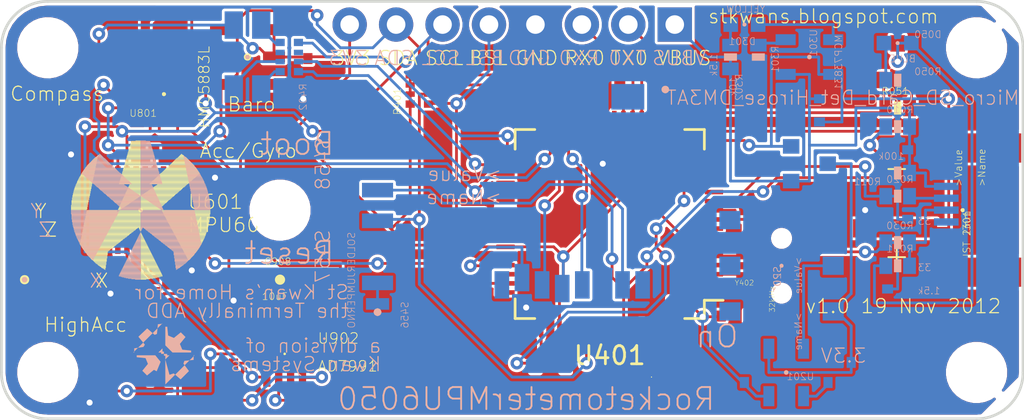
<source format=kicad_pcb>
(kicad_pcb (version 4) (host pcbnew 4.0.7-e1-6374~58~ubuntu17.04.1)
  (layers (0 Top signal) (31 Bottom signal) (34 B.Paste user) (35 F.Paste user) (36 B.SilkS user) (37 F.SilkS user) (38 B.Mask user) (39 F.Mask user) (44 Edge.Cuts user))
  (net 0 "")
  (net 1 VCC)
  (net 2 GND)
  (net 3 /XTAL1)
  (net 4 /XTAL2)
  (net 5 /USBD-)
  (net 6 /USBD+)
  (net 7 /CONN_D+)
  (net 8 /HMC5883L/SETP)
  (net 9 /HMC5883L/SETC)
  (net 10 /VIN+)
  (net 11 /BYP)
  (net 12 /VLIPO)
  (net 13 /VBUS)
  (net 14 /MPU6050/N$13)
  (net 15 /MPU6050/N$1)
  (net 16 /HMC5883L/C1)
  (net 17 /HighAcc/YACC)
  (net 18 /HighAcc/ZACC)
  (net 19 /HighAcc/XACC)
  (net 20 /DB)
  (net 21 /DG)
  (net 22 /DR)
  (net 23 /CONN_D-)
  (net 24 /SDA0)
  (net 25 /SCL0)
  (net 26 /BSL)
  (net 27 /RX0)
  (net 28 /TX0)
  (net 29 /MISO0)
  (net 30 /SCK0)
  (net 31 /MOSI0)
  (net 32 /CS0)
  (net 33 /USB_LIGHT)
  (net 34 /N$4)
  (net 35 /USB_ON)
  (net 36 /RST)
  (net 37 /PWMG)
  (net 38 /PWMB)
  (net 39 /PWMR)
  (net 40 /PWR_EN)
  (net 41 "Net-(S456-Pad2)")
  (net 42 /ACCINT)
  (net 43 /COMPINT)
  (net 44 "Net-(U401-Pad64)")
  (net 45 "Net-(U401-Pad60)")
  (net 46 "Net-(U401-Pad56)")
  (net 47 "Net-(U401-Pad55)")
  (net 48 "Net-(U401-Pad54)")
  (net 49 "Net-(U401-Pad53)")
  (net 50 "Net-(U401-Pad52)")
  (net 51 "Net-(U401-Pad48)")
  (net 52 "Net-(U401-Pad46)")
  (net 53 "Net-(U401-Pad44)")
  (net 54 "Net-(U401-Pad40)")
  (net 55 "Net-(U401-Pad39)")
  (net 56 "Net-(U401-Pad38)")
  (net 57 "Net-(U401-Pad37)")
  (net 58 "Net-(U401-Pad36)")
  (net 59 "Net-(U401-Pad32)")
  (net 60 "Net-(U401-Pad28)")
  (net 61 "Net-(U401-Pad24)")
  (net 62 "Net-(U401-Pad20)")
  (net 63 "Net-(U401-Pad16)")
  (net 64 "Net-(U401-Pad15)")
  (net 65 "Net-(U401-Pad14)")
  (net 66 "Net-(U401-Pad13)")
  (net 67 "Net-(U401-Pad12)")
  (net 68 "Net-(U401-Pad9)")
  (net 69 "Net-(U401-Pad8)")
  (net 70 "Net-(U401-Pad4)")
  (net 71 "Net-(U401-Pad2)")
  (net 72 "Net-(U401-Pad1)")
  (net 73 /N$5)
  (net 74 /N$2)
  (net 75 /N$6)
  (net 76 /N$7)
  (net 77 /RTXC1)
  (net 78 /RTXC2)
  (module KwanSystems:SOT-23 (layer Top) (at 176.022 82.042 90)
    (fp_text reference Q050 hide)
    (fp_text value PMOS)
    (pad 3 smd rect (at 1 0 90) (size 0.9 0.8) (layers Top F.Paste F.Mask) (net 75 /N$6))
    (pad 2 smd rect (at -1 0.95 90) (size 0.9 0.8) (layers Top F.Paste F.Mask) (net 1 VCC))
    (pad 1 smd rect (at -1 -0.95 90) (size 0.9 0.8) (layers Top F.Paste F.Mask) (net 33 /USB_LIGHT))
  )
  (module KwanSystems:SOT-23 (layer Bottom) (at 171.196 87.63)
    (fp_text reference D302 hide)
    (fp_text value DCC)
    (pad 3 smd rect (at 1 0) (size 0.9 0.8) (layers Bottom B.Paste B.Mask) (net 10 /VIN+))
    (pad 2 smd rect (at -1 -0.95) (size 0.9 0.8) (layers Bottom B.Paste B.Mask) (net 12 /VLIPO))
    (pad 1 smd rect (at -1 0.95) (size 0.9 0.8) (layers Bottom B.Paste B.Mask) (net 13 /VBUS))
  )
  (module KwanSystems:SMD_0402 (layer Bottom) (at 171.196 85.344 180)
    (fp_text reference C301)
    (fp_text value 4.7uF)
    (pad 1 smd rect (at -0.55 0 180) (size 0.6 0.5) (layers Bottom B.Paste B.Mask) (net 12 /VLIPO))
    (pad 2 smd rect (at 0.55 0 180) (size 0.6 0.5) (layers Bottom B.Paste B.Mask) (net 2 GND))
  )
  (module KwanSystems:SMD_0402 (layer Bottom) (at 171.196 84.074 180)
    (fp_text reference C302)
    (fp_text value 4.7uF)
    (pad 1 smd rect (at -0.55 0 180) (size 0.6 0.5) (layers Bottom B.Paste B.Mask) (net 13 /VBUS))
    (pad 2 smd rect (at 0.55 0 180) (size 0.6 0.5) (layers Bottom B.Paste B.Mask) (net 2 GND))
  )
  (module KwanSystems:SMD_0402 (layer Bottom) (at 172.212 99.06 90)
    (fp_text reference C214)
    (fp_text value 100nF)
    (pad 1 smd rect (at -0.55 0 90) (size 0.6 0.5) (layers Bottom B.Paste B.Mask) (net 11 /BYP))
    (pad 2 smd rect (at 0.55 0 90) (size 0.6 0.5) (layers Bottom B.Paste B.Mask) (net 2 GND))
  )
  (module KwanSystems:SMD_0402 (layer Bottom) (at 173.482 99.06 270)
    (fp_text reference C204)
    (fp_text value 1uF)
    (pad 1 smd rect (at -0.55 0 270) (size 0.6 0.5) (layers Bottom B.Paste B.Mask) (net 10 /VIN+))
    (pad 2 smd rect (at 0.55 0 270) (size 0.6 0.5) (layers Bottom B.Paste B.Mask) (net 2 GND))
  )
  (module KwanSystems:SMD_0402 (layer Bottom) (at 176.022 86.868 180)
    (fp_text reference C010)
    (fp_text value 1uF)
    (pad 1 smd rect (at -0.55 0 180) (size 0.6 0.5) (layers Bottom B.Paste B.Mask) (net 13 /VBUS))
    (pad 2 smd rect (at 0.55 0 180) (size 0.6 0.5) (layers Bottom B.Paste B.Mask) (net 2 GND))
  )
  (module KwanSystems:SMD_0402 (layer Bottom) (at 176.022 90.678 180)
    (fp_text reference C020)
    (fp_text value 22pF)
    (pad 1 smd rect (at -0.55 0 180) (size 0.6 0.5) (layers Bottom B.Paste B.Mask) (net 5 /USBD-))
    (pad 2 smd rect (at 0.55 0 180) (size 0.6 0.5) (layers Bottom B.Paste B.Mask) (net 2 GND))
  )
  (module KwanSystems:SMD_0402 (layer Top) (at 164.846 99.314 90)
    (fp_text reference C462)
    (fp_text value 33pF)
    (pad 1 smd rect (at -0.55 0 90) (size 0.6 0.5) (layers Top F.Paste F.Mask) (net 2 GND))
    (pad 2 smd rect (at 0.55 0 90) (size 0.6 0.5) (layers Top F.Paste F.Mask) (net 3 /XTAL1))
  )
  (module KwanSystems:SMD_0402 (layer Top) (at 160.274 99.314 270)
    (fp_text reference C461)
    (fp_text value 33pF)
    (pad 1 smd rect (at -0.55 0 270) (size 0.6 0.5) (layers Top F.Paste F.Mask) (net 2 GND))
    (pad 2 smd rect (at 0.55 0 270) (size 0.6 0.5) (layers Top F.Paste F.Mask) (net 4 /XTAL2))
  )
  (module KwanSystems:SMD_0402 (layer Top) (at 157.861 99.314 270)
    (fp_text reference C451)
    (fp_text value 100nF)
    (pad 1 smd rect (at -0.55 0 270) (size 0.6 0.5) (layers Top F.Paste F.Mask) (net 1 VCC))
    (pad 2 smd rect (at 0.55 0 270) (size 0.6 0.5) (layers Top F.Paste F.Mask) (net 2 GND))
  )
  (module KwanSystems:SMD_0402 (layer Top) (at 166.37 96.52 270)
    (fp_text reference C463)
    (fp_text value 100nF)
    (pad 1 smd rect (at -0.55 0 270) (size 0.6 0.5) (layers Top F.Paste F.Mask) (net 1 VCC))
    (pad 2 smd rect (at 0.55 0 270) (size 0.6 0.5) (layers Top F.Paste F.Mask) (net 2 GND))
  )
  (module KwanSystems:SMD_0402 (layer Top) (at 152.654 91.44 90)
    (fp_text reference C443)
    (fp_text value 100nF)
    (pad 1 smd rect (at -0.55 0 90) (size 0.6 0.5) (layers Top F.Paste F.Mask) (net 1 VCC))
    (pad 2 smd rect (at 0.55 0 90) (size 0.6 0.5) (layers Top F.Paste F.Mask) (net 2 GND))
  )
  (module KwanSystems:SMD_0402 (layer Top) (at 160.274 83.312 180)
    (fp_text reference C423)
    (fp_text value 1uF)
    (pad 1 smd rect (at -0.55 0 180) (size 0.6 0.5) (layers Top F.Paste F.Mask) (net 1 VCC))
    (pad 2 smd rect (at 0.55 0 180) (size 0.6 0.5) (layers Top F.Paste F.Mask) (net 2 GND))
  )
  (module KwanSystems:SMD_0402 (layer Top) (at 143.764 82.423 90)
    (fp_text reference C101)
    (fp_text value 100nF)
    (pad 1 smd rect (at -0.55 0 90) (size 0.6 0.5) (layers Top F.Paste F.Mask) (net 2 GND))
    (pad 2 smd rect (at 0.55 0 90) (size 0.6 0.5) (layers Top F.Paste F.Mask) (net 1 VCC))
  )
  (module KwanSystems:SMD_0402 (layer Top) (at 133.35 80.518 270)
    (fp_text reference C802)
    (fp_text value 100nF)
    (pad 1 smd rect (at -0.55 0 270) (size 0.6 0.5) (layers Top F.Paste F.Mask) (net 2 GND))
    (pad 2 smd rect (at 0.55 0 270) (size 0.6 0.5) (layers Top F.Paste F.Mask) (net 1 VCC))
  )
  (module KwanSystems:SMD_0402 (layer Top) (at 134.874 80.518 270)
    (fp_text reference C808)
    (fp_text value 220nF)
    (pad 1 smd rect (at -0.55 0 270) (size 0.6 0.5) (layers Top F.Paste F.Mask) (net 8 /HMC5883L/SETP))
    (pad 2 smd rect (at 0.55 0 270) (size 0.6 0.5) (layers Top F.Paste F.Mask) (net 9 /HMC5883L/SETC))
  )
  (module KwanSystems:SMD_0402 (layer Top) (at 136.398 80.518 270)
    (fp_text reference C810)
    (fp_text value 4.7uF)
    (pad 1 smd rect (at -0.55 0 270) (size 0.6 0.5) (layers Top F.Paste F.Mask) (net 2 GND))
    (pad 2 smd rect (at 0.55 0 270) (size 0.6 0.5) (layers Top F.Paste F.Mask) (net 16 /HMC5883L/C1))
  )
  (module KwanSystems:SMD_0402 (layer Top) (at 135.89 93.98 180)
    (fp_text reference C610)
    (fp_text value 100nF)
    (pad 1 smd rect (at -0.55 0 180) (size 0.6 0.5) (layers Top F.Paste F.Mask) (net 2 GND))
    (pad 2 smd rect (at 0.55 0 180) (size 0.6 0.5) (layers Top F.Paste F.Mask) (net 14 /MPU6050/N$13))
  )
  (module KwanSystems:SMD_0402 (layer Top) (at 138.176 90.678 90)
    (fp_text reference C613)
    (fp_text value 100nF)
    (pad 1 smd rect (at -0.55 0 90) (size 0.6 0.5) (layers Top F.Paste F.Mask) (net 1 VCC))
    (pad 2 smd rect (at 0.55 0 90) (size 0.6 0.5) (layers Top F.Paste F.Mask) (net 2 GND))
  )
  (module KwanSystems:SMD_0402 (layer Bottom) (at 167.64 99.06 90)
    (fp_text reference C215)
    (fp_text value 4.7nF)
    (pad 1 smd rect (at -0.55 0 90) (size 0.6 0.5) (layers Bottom B.Paste B.Mask) (net 1 VCC))
    (pad 2 smd rect (at 0.55 0 90) (size 0.6 0.5) (layers Bottom B.Paste B.Mask) (net 2 GND))
  )
  (module KwanSystems:SMD_0402 (layer Top) (at 167.894 96.52 90)
    (fp_text reference C403)
    (fp_text value 18pF)
    (pad 1 smd rect (at -0.55 0 90) (size 0.6 0.5) (layers Top F.Paste F.Mask) (net 2 GND))
    (pad 2 smd rect (at 0.55 0 90) (size 0.6 0.5) (layers Top F.Paste F.Mask) (net 77 /RTXC1))
  )
  (module KwanSystems:SMD_0402 (layer Top) (at 167.894 90.678 270)
    (fp_text reference C405)
    (fp_text value 18pF)
    (pad 1 smd rect (at -0.55 0 270) (size 0.6 0.5) (layers Top F.Paste F.Mask) (net 2 GND))
    (pad 2 smd rect (at 0.55 0 270) (size 0.6 0.5) (layers Top F.Paste F.Mask) (net 78 /RTXC2))
  )
  (module KwanSystems:SMD_0402 (layer Top) (at 135.89 86.868)
    (fp_text reference C620)
    (fp_text value 2.2nF)
    (pad 1 smd rect (at -0.55 0) (size 0.6 0.5) (layers Top F.Paste F.Mask) (net 15 /MPU6050/N$1))
    (pad 2 smd rect (at 0.55 0) (size 0.6 0.5) (layers Top F.Paste F.Mask) (net 2 GND))
  )
  (module KwanSystems:SMD_0402 (layer Top) (at 156.21 99.314 90)
    (fp_text reference C449)
    (fp_text value 100nF)
    (pad 1 smd rect (at -0.55 0 90) (size 0.6 0.5) (layers Top F.Paste F.Mask) (net 2 GND))
    (pad 2 smd rect (at 0.55 0 90) (size 0.6 0.5) (layers Top F.Paste F.Mask) (net 12 /VLIPO))
  )
  (module KwanSystems:SMD_0402 (layer Top) (at 135.89 95.504)
    (fp_text reference C914)
    (fp_text value 4.7uF)
    (pad 1 smd rect (at -0.55 0) (size 0.6 0.5) (layers Top F.Paste F.Mask) (net 1 VCC))
    (pad 2 smd rect (at 0.55 0) (size 0.6 0.5) (layers Top F.Paste F.Mask) (net 2 GND))
  )
  (module KwanSystems:SMD_0402 (layer Top) (at 132.842 98.044 270)
    (fp_text reference C916)
    (fp_text value 100nF)
    (pad 1 smd rect (at -0.55 0 270) (size 0.6 0.5) (layers Top F.Paste F.Mask) (net 2 GND))
    (pad 2 smd rect (at 0.55 0 270) (size 0.6 0.5) (layers Top F.Paste F.Mask) (net 18 /HighAcc/ZACC))
  )
  (module KwanSystems:SMD_0402 (layer Top) (at 135.89 100.584)
    (fp_text reference C904)
    (fp_text value 100nF)
    (pad 1 smd rect (at -0.55 0) (size 0.6 0.5) (layers Top F.Paste F.Mask) (net 2 GND))
    (pad 2 smd rect (at 0.55 0) (size 0.6 0.5) (layers Top F.Paste F.Mask) (net 17 /HighAcc/YACC))
  )
  (module KwanSystems:SMD_0402 (layer Top) (at 139.7 98.044 270)
    (fp_text reference C905)
    (fp_text value 100nF)
    (pad 1 smd rect (at -0.55 0 270) (size 0.6 0.5) (layers Top F.Paste F.Mask) (net 2 GND))
    (pad 2 smd rect (at 0.55 0 270) (size 0.6 0.5) (layers Top F.Paste F.Mask) (net 19 /HighAcc/XACC))
  )
  (module KwanSystems:SMD_0402 (layer Top) (at 142.24 95.25)
    (fp_text reference C907)
    (fp_text value 100nF)
    (pad 1 smd rect (at -0.55 0) (size 0.6 0.5) (layers Top F.Paste F.Mask) (net 1 VCC))
    (pad 2 smd rect (at 0.55 0) (size 0.6 0.5) (layers Top F.Paste F.Mask) (net 2 GND))
  )
  (module Housings_QFP:LQFP-64_10x10mm_Pitch0.5mm (layer Top) (at 160.274 90.932 180)
    (fp_text reference U401 (at 0 -7.2 180) (layer F.SilkS))
    (fp_text value LPC2148)
    (pad 1 smd rect (at -5.7 -3.75 180) (size 1 0.25) (layers Top F.Paste F.Mask) (net 72 "Net-(U401-Pad1)"))
    (pad 2 smd rect (at -5.7 -3.25 180) (size 1 0.25) (layers Top F.Paste F.Mask) (net 71 "Net-(U401-Pad2)"))
    (pad 3 smd rect (at -5.7 -2.75 180) (size 1 0.25) (layers Top F.Paste F.Mask) (net 77 /RTXC1))
    (pad 4 smd rect (at -5.7 -2.25 180) (size 1 0.25) (layers Top F.Paste F.Mask) (net 70 "Net-(U401-Pad4)"))
    (pad 5 smd rect (at -5.7 -1.75 180) (size 1 0.25) (layers Top F.Paste F.Mask) (net 78 /RTXC2))
    (pad 6 smd rect (at -5.7 -1.25 180) (size 1 0.25) (layers Top F.Paste F.Mask) (net 2 GND))
    (pad 7 smd rect (at -5.7 -0.75 180) (size 1 0.25) (layers Top F.Paste F.Mask) (net 1 VCC))
    (pad 8 smd rect (at -5.7 -0.25 180) (size 1 0.25) (layers Top F.Paste F.Mask) (net 69 "Net-(U401-Pad8)"))
    (pad 9 smd rect (at -5.7 0.25 180) (size 1 0.25) (layers Top F.Paste F.Mask) (net 68 "Net-(U401-Pad9)"))
    (pad 10 smd rect (at -5.7 0.75 180) (size 1 0.25) (layers Top F.Paste F.Mask) (net 6 /USBD+))
    (pad 11 smd rect (at -5.7 1.25 180) (size 1 0.25) (layers Top F.Paste F.Mask) (net 5 /USBD-))
    (pad 12 smd rect (at -5.7 1.75 180) (size 1 0.25) (layers Top F.Paste F.Mask) (net 67 "Net-(U401-Pad12)"))
    (pad 13 smd rect (at -5.7 2.25 180) (size 1 0.25) (layers Top F.Paste F.Mask) (net 66 "Net-(U401-Pad13)"))
    (pad 14 smd rect (at -5.7 2.75 180) (size 1 0.25) (layers Top F.Paste F.Mask) (net 65 "Net-(U401-Pad14)"))
    (pad 15 smd rect (at -5.7 3.25 180) (size 1 0.25) (layers Top F.Paste F.Mask) (net 64 "Net-(U401-Pad15)"))
    (pad 16 smd rect (at -5.7 3.75 180) (size 1 0.25) (layers Top F.Paste F.Mask) (net 63 "Net-(U401-Pad16)"))
    (pad 17 smd rect (at -3.75 5.7 270) (size 1 0.25) (layers Top F.Paste F.Mask) (net 33 /USB_LIGHT))
    (pad 18 smd rect (at -3.25 5.7 270) (size 1 0.25) (layers Top F.Paste F.Mask) (net 2 GND))
    (pad 19 smd rect (at -2.75 5.7 270) (size 1 0.25) (layers Top F.Paste F.Mask) (net 28 /TX0))
    (pad 20 smd rect (at -2.25 5.7 270) (size 1 0.25) (layers Top F.Paste F.Mask) (net 62 "Net-(U401-Pad20)"))
    (pad 21 smd rect (at -1.75 5.7 270) (size 1 0.25) (layers Top F.Paste F.Mask) (net 27 /RX0))
    (pad 22 smd rect (at -1.25 5.7 270) (size 1 0.25) (layers Top F.Paste F.Mask) (net 25 /SCL0))
    (pad 23 smd rect (at -0.75 5.7 270) (size 1 0.25) (layers Top F.Paste F.Mask) (net 1 VCC))
    (pad 24 smd rect (at -0.25 5.7 270) (size 1 0.25) (layers Top F.Paste F.Mask) (net 61 "Net-(U401-Pad24)"))
    (pad 25 smd rect (at 0.25 5.7 270) (size 1 0.25) (layers Top F.Paste F.Mask) (net 2 GND))
    (pad 26 smd rect (at 0.75 5.7 270) (size 1 0.25) (layers Top F.Paste F.Mask) (net 24 /SDA0))
    (pad 27 smd rect (at 1.25 5.7 270) (size 1 0.25) (layers Top F.Paste F.Mask) (net 30 /SCK0))
    (pad 28 smd rect (at 1.75 5.7 270) (size 1 0.25) (layers Top F.Paste F.Mask) (net 60 "Net-(U401-Pad28)"))
    (pad 29 smd rect (at 2.25 5.7 270) (size 1 0.25) (layers Top F.Paste F.Mask) (net 29 /MISO0))
    (pad 30 smd rect (at 2.75 5.7 270) (size 1 0.25) (layers Top F.Paste F.Mask) (net 31 /MOSI0))
    (pad 31 smd rect (at 3.25 5.7 270) (size 1 0.25) (layers Top F.Paste F.Mask) (net 37 /PWMG))
    (pad 32 smd rect (at 3.75 5.7 270) (size 1 0.25) (layers Top F.Paste F.Mask) (net 59 "Net-(U401-Pad32)"))
    (pad 33 smd rect (at 5.7 3.75 180) (size 1 0.25) (layers Top F.Paste F.Mask) (net 39 /PWMR))
    (pad 34 smd rect (at 5.7 3.25 180) (size 1 0.25) (layers Top F.Paste F.Mask) (net 38 /PWMB))
    (pad 35 smd rect (at 5.7 2.75 180) (size 1 0.25) (layers Top F.Paste F.Mask) (net 43 /COMPINT))
    (pad 36 smd rect (at 5.7 2.25 180) (size 1 0.25) (layers Top F.Paste F.Mask) (net 58 "Net-(U401-Pad36)"))
    (pad 37 smd rect (at 5.7 1.75 180) (size 1 0.25) (layers Top F.Paste F.Mask) (net 57 "Net-(U401-Pad37)"))
    (pad 38 smd rect (at 5.7 1.25 180) (size 1 0.25) (layers Top F.Paste F.Mask) (net 56 "Net-(U401-Pad38)"))
    (pad 39 smd rect (at 5.7 0.75 180) (size 1 0.25) (layers Top F.Paste F.Mask) (net 55 "Net-(U401-Pad39)"))
    (pad 40 smd rect (at 5.7 0.25 180) (size 1 0.25) (layers Top F.Paste F.Mask) (net 54 "Net-(U401-Pad40)"))
    (pad 41 smd rect (at 5.7 -0.25 180) (size 1 0.25) (layers Top F.Paste F.Mask) (net 26 /BSL))
    (pad 42 smd rect (at 5.7 -0.75 180) (size 1 0.25) (layers Top F.Paste F.Mask) (net 2 GND))
    (pad 43 smd rect (at 5.7 -1.25 180) (size 1 0.25) (layers Top F.Paste F.Mask) (net 1 VCC))
    (pad 44 smd rect (at 5.7 -1.75 180) (size 1 0.25) (layers Top F.Paste F.Mask) (net 53 "Net-(U401-Pad44)"))
    (pad 45 smd rect (at 5.7 -2.25 180) (size 1 0.25) (layers Top F.Paste F.Mask) (net 32 /CS0))
    (pad 46 smd rect (at 5.7 -2.75 180) (size 1 0.25) (layers Top F.Paste F.Mask) (net 52 "Net-(U401-Pad46)"))
    (pad 47 smd rect (at 5.7 -3.25 180) (size 1 0.25) (layers Top F.Paste F.Mask) (net 42 /ACCINT))
    (pad 48 smd rect (at 5.7 -3.75 180) (size 1 0.25) (layers Top F.Paste F.Mask) (net 51 "Net-(U401-Pad48)"))
    (pad 49 smd rect (at 3.75 -5.7 270) (size 1 0.25) (layers Top F.Paste F.Mask) (net 12 /VLIPO))
    (pad 50 smd rect (at 3.25 -5.7 270) (size 1 0.25) (layers Top F.Paste F.Mask) (net 2 GND))
    (pad 51 smd rect (at 2.75 -5.7 270) (size 1 0.25) (layers Top F.Paste F.Mask) (net 1 VCC))
    (pad 52 smd rect (at 2.25 -5.7 270) (size 1 0.25) (layers Top F.Paste F.Mask) (net 50 "Net-(U401-Pad52)"))
    (pad 53 smd rect (at 1.75 -5.7 270) (size 1 0.25) (layers Top F.Paste F.Mask) (net 49 "Net-(U401-Pad53)"))
    (pad 54 smd rect (at 1.25 -5.7 270) (size 1 0.25) (layers Top F.Paste F.Mask) (net 48 "Net-(U401-Pad54)"))
    (pad 55 smd rect (at 0.75 -5.7 270) (size 1 0.25) (layers Top F.Paste F.Mask) (net 47 "Net-(U401-Pad55)"))
    (pad 56 smd rect (at 0.25 -5.7 270) (size 1 0.25) (layers Top F.Paste F.Mask) (net 46 "Net-(U401-Pad56)"))
    (pad 57 smd rect (at -0.25 -5.7 270) (size 1 0.25) (layers Top F.Paste F.Mask) (net 36 /RST))
    (pad 58 smd rect (at -0.75 -5.7 270) (size 1 0.25) (layers Top F.Paste F.Mask) (net 35 /USB_ON))
    (pad 59 smd rect (at -1.25 -5.7 270) (size 1 0.25) (layers Top F.Paste F.Mask) (net 2 GND))
    (pad 60 smd rect (at -1.75 -5.7 270) (size 1 0.25) (layers Top F.Paste F.Mask) (net 45 "Net-(U401-Pad60)"))
    (pad 61 smd rect (at -2.25 -5.7 270) (size 1 0.25) (layers Top F.Paste F.Mask) (net 4 /XTAL2))
    (pad 62 smd rect (at -2.75 -5.7 270) (size 1 0.25) (layers Top F.Paste F.Mask) (net 3 /XTAL1))
    (pad 63 smd rect (at -3.25 -5.7 270) (size 1 0.25) (layers Top F.Paste F.Mask) (net 1 VCC))
    (pad 64 smd rect (at -3.75 -5.7 270) (size 1 0.25) (layers Top F.Paste F.Mask) (net 44 "Net-(U401-Pad64)"))
  )
  (module JST-2-SMD (layer Top) (at 179.578 90.17 270)
    (fp_text reference J301 (at 0 0 450) (layer F.SilkS) (effects (font (size 0.38608 0.38608) (thickness 0.030886)) (justify right top)))
    (fp_text value "JST 2mm" (at 0 0 450) (layer F.SilkS) (effects (font (size 0.38608 0.38608) (thickness 0.030886)) (justify right top)))
    (fp_text user >Value (at -1.27 0 270) (layer F.SilkS) (effects (font (size 0.38608 0.38608) (thickness 0.032512)) (justify left bottom)))
    (fp_text user >Name (at -1.27 -1.27 270) (layer F.SilkS) (effects (font (size 0.38608 0.38608) (thickness 0.032512)) (justify left bottom)))
    (pad NC2 smd rect (at 3.4 -1.5) (size 3.4 1.6) (layers Top F.Paste F.Mask))
    (pad NC1 smd rect (at -3.4 -1.5) (size 3.4 1.6) (layers Top F.Paste F.Mask))
    (pad 2 smd rect (at 1 3.7 270) (size 1 4.6) (layers Top F.Paste F.Mask) (net 12 /VLIPO))
    (pad 1 smd rect (at -1 3.7 270) (size 1 4.6) (layers Top F.Paste F.Mask) (net 2 GND))
  )
  (module SOT-23-5 (layer Bottom) (at 171.196 81.788 270)
    (fp_text reference U301 (at 0 0 450) (layer B.SilkS) (effects (font (size 0.38608 0.38608) (thickness 0.030886)) (justify right top mirror)))
    (fp_text value MCP73831 (at 1.84 -1.37 450) (layer B.SilkS) (effects (font (size 0.38608 0.38608) (thickness 0.030886)) (justify right top mirror)))
    (pad 5 smd rect (at -0.95 1.3 270) (size 0.6 1.1) (layers Bottom B.Paste B.Mask) (net 74 /N$2))
    (pad 4 smd rect (at 0.95 1.3 270) (size 0.6 1.1) (layers Bottom B.Paste B.Mask) (net 13 /VBUS))
    (pad 3 smd rect (at 0.95 -1.3 270) (size 0.6 1.1) (layers Bottom B.Paste B.Mask) (net 12 /VLIPO))
    (pad 2 smd rect (at 0 -1.3 270) (size 0.6 1.1) (layers Bottom B.Paste B.Mask) (net 2 GND))
    (pad 1 smd rect (at -0.95 -1.3 270) (size 0.6 1.1) (layers Bottom B.Paste B.Mask) (net 34 /N$4))
  )
  (module 0402-RES (layer Bottom) (at 168.402 81.788 90)
    (fp_text reference R301 (at -0.889 0.6985 90) (layer B.SilkS) (effects (font (size 0.38608 0.38608) (thickness 0.030886)) (justify right top mirror)))
    (fp_text value 10k (at -1.0795 -1.143 90) (layer B.SilkS) (effects (font (size 0.38608 0.38608) (thickness 0.030886)) (justify left bottom mirror)))
    (pad 2 smd rect (at 0.65 0 90) (size 0.7 0.9) (layers Bottom B.Paste B.Mask) (net 74 /N$2))
    (pad 1 smd rect (at -0.65 0 90) (size 0.7 0.9) (layers Bottom B.Paste B.Mask) (net 2 GND))
  )
  (module LED-0603 (layer Bottom) (at 167.64 80.01 90)
    (fp_text reference D301 (at -0.6985 -0.889 180) (layer B.SilkS) (effects (font (size 0.38608 0.38608) (thickness 0.030886)) (justify right top mirror)))
    (fp_text value YELLOW (at 1.0795 -1.016 180) (layer B.SilkS) (effects (font (size 0.38608 0.38608) (thickness 0.030886)) (justify right top mirror)))
    (pad 2 smd rect (at 0 -0.75 90) (size 0.8 0.8) (layers Bottom B.Paste B.Mask) (net 73 /N$5))
    (pad 1 smd rect (at 0 0.75 90) (size 0.8 0.8) (layers Bottom B.Paste B.Mask) (net 34 /N$4))
  )
  (module 0402-RES (layer Bottom) (at 166.878 81.788 90)
    (fp_text reference R302 (at -0.889 0.6985 270) (layer B.SilkS) (effects (font (size 0.38608 0.38608) (thickness 0.030886)) (justify left bottom mirror)))
    (fp_text value 1.5k (at -1.0795 -1.143 270) (layer B.SilkS) (effects (font (size 0.38608 0.38608) (thickness 0.030886)) (justify right top mirror)))
    (pad 2 smd rect (at 0.65 0 90) (size 0.7 0.9) (layers Bottom B.Paste B.Mask) (net 73 /N$5))
    (pad 1 smd rect (at -0.65 0 90) (size 0.7 0.9) (layers Bottom B.Paste B.Mask) (net 13 /VBUS))
  )
  (module AYZ0202 (layer Bottom) (at 169.672 93.218 90)
    (fp_text reference S201 (at 0 0 90) (layer B.SilkS) (effects (font (size 0.38608 0.38608) (thickness 0.030886)) (justify left bottom mirror)))
    (fp_text value SPDT (at 0 0 90) (layer B.SilkS) (effects (font (size 0.38608 0.38608) (thickness 0.030886)) (justify left bottom mirror)))
    (fp_text user >Value (at 0.508 1.143 90) (layer B.SilkS) (effects (font (size 0.38608 0.38608) (thickness 0.032512)) (justify left bottom mirror)))
    (fp_text user >Name (at -2.54 1.143 90) (layer B.SilkS) (effects (font (size 0.38608 0.38608) (thickness 0.032512)) (justify left bottom mirror)))
    (pad "" np_thru_hole circle (at -1.5 0 90) (size 0.85 0.85) (drill 0.85) (layers *.Cu))
    (pad "" np_thru_hole circle (at 1.5 0 90) (size 0.85 0.85) (drill 0.85) (layers *.Cu))
    (pad 4 smd rect (at -2.5 -2.825 90) (size 1 1.15) (layers Bottom B.Paste B.Mask))
    (pad 5 smd rect (at 0 -2.825 90) (size 1 1.15) (layers Bottom B.Paste B.Mask))
    (pad 6 smd rect (at 2.5 -2.825 90) (size 1 1.15) (layers Bottom B.Paste B.Mask))
    (pad 1 smd rect (at -2.5 2.825 90) (size 1 1.15) (layers Bottom B.Paste B.Mask) (net 10 /VIN+))
    (pad 2 smd rect (at 0 2.825 90) (size 1 1.15) (layers Bottom B.Paste B.Mask) (net 40 /PWR_EN))
    (pad 3 smd rect (at 2.5 2.825 90) (size 1 1.15) (layers Bottom B.Paste B.Mask) (net 2 GND))
  )
  (module 0402-RES (layer Bottom) (at 176.022 89.408 180)
    (fp_text reference R020 (at -0.889 0.6985 180) (layer B.SilkS) (effects (font (size 0.38608 0.38608) (thickness 0.030886)) (justify left bottom mirror)))
    (fp_text value 33 (at -1.0795 -1.143 180) (layer B.SilkS) (effects (font (size 0.38608 0.38608) (thickness 0.030886)) (justify right top mirror)))
    (pad 2 smd rect (at 0.65 0 180) (size 0.7 0.9) (layers Bottom B.Paste B.Mask) (net 5 /USBD-))
    (pad 1 smd rect (at -0.65 0 180) (size 0.7 0.9) (layers Bottom B.Paste B.Mask) (net 23 /CONN_D-))
  )
  (module 0402-RES (layer Bottom) (at 176.022 91.948 180)
    (fp_text reference R030 (at -0.889 0.6985 180) (layer B.SilkS) (effects (font (size 0.38608 0.38608) (thickness 0.030886)) (justify left bottom mirror)))
    (fp_text value 33 (at -1.0795 -1.143 180) (layer B.SilkS) (effects (font (size 0.38608 0.38608) (thickness 0.030886)) (justify right top mirror)))
    (pad 2 smd rect (at 0.65 0 180) (size 0.7 0.9) (layers Bottom B.Paste B.Mask) (net 6 /USBD+))
    (pad 1 smd rect (at -0.65 0 180) (size 0.7 0.9) (layers Bottom B.Paste B.Mask) (net 7 /CONN_D+))
  )
  (module 0402-RES (layer Bottom) (at 176.022 88.138)
    (fp_text reference R011 (at -0.889 0.6985) (layer B.SilkS) (effects (font (size 0.38608 0.38608) (thickness 0.030886)) (justify left bottom mirror)))
    (fp_text value 100k (at -1.0795 -1.143) (layer B.SilkS) (effects (font (size 0.38608 0.38608) (thickness 0.030886)) (justify right top mirror)))
    (pad 2 smd rect (at 0.65 0) (size 0.7 0.9) (layers Bottom B.Paste B.Mask) (net 13 /VBUS))
    (pad 1 smd rect (at -0.65 0) (size 0.7 0.9) (layers Bottom B.Paste B.Mask) (net 2 GND))
  )
  (module 0402-RES (layer Bottom) (at 176.022 93.218 180)
    (fp_text reference R031 (at -0.889 0.6985 180) (layer B.SilkS) (effects (font (size 0.38608 0.38608) (thickness 0.030886)) (justify left bottom mirror)))
    (fp_text value 1.5k (at -1.0795 -1.143 180) (layer B.SilkS) (effects (font (size 0.38608 0.38608) (thickness 0.030886)) (justify right top mirror)))
    (pad 2 smd rect (at 0.65 0 180) (size 0.7 0.9) (layers Bottom B.Paste B.Mask) (net 75 /N$6))
    (pad 1 smd rect (at -0.65 0 180) (size 0.7 0.9) (layers Bottom B.Paste B.Mask) (net 7 /CONN_D+))
  )
  (module LED-0603 (layer Bottom) (at 176.022 81.026 270)
    (fp_text reference D050 (at -0.6985 -0.889 540) (layer B.SilkS) (effects (font (size 0.38608 0.38608) (thickness 0.030886)) (justify right top mirror)))
    (fp_text value BLUE (at 1.0795 -1.016 540) (layer B.SilkS) (effects (font (size 0.38608 0.38608) (thickness 0.030886)) (justify left bottom mirror)))
    (pad 2 smd rect (at 0 -0.75 270) (size 0.8 0.8) (layers Bottom B.Paste B.Mask) (net 75 /N$6))
    (pad 1 smd rect (at 0 0.75 270) (size 0.8 0.8) (layers Bottom B.Paste B.Mask) (net 76 /N$7))
  )
  (module UB-MC5BR3-SD204-4S (layer Bottom) (at 181.356 90.17 270)
    (fp_text reference J001 hide)
    (fp_text value USB_MICROB hide)
    (pad 6 smd rect (at 3.2 2.35 270) (size 1.6 1.4) (layers Bottom B.Paste B.Mask) (net 2 GND))
    (pad 6 smd rect (at -3.2 2.35 270) (size 1.6 1.4) (layers Bottom B.Paste B.Mask) (net 2 GND))
    (pad 6 smd rect (at 1.2 0 270) (size 1.9 1.9) (layers Bottom B.Paste B.Mask) (net 2 GND))
    (pad 6 smd rect (at -1.2 0 270) (size 1.9 1.9) (layers Bottom B.Paste B.Mask) (net 2 GND))
    (pad 6 smd rect (at -4 0 270) (size 1.8 1.9) (layers Bottom B.Paste B.Mask) (net 2 GND))
    (pad 6 smd rect (at 4 0 270) (size 1.8 1.9) (layers Bottom B.Paste B.Mask) (net 2 GND))
    (pad 4 smd rect (at 0.65 2.675 270) (size 0.4 1.35) (layers Bottom B.Paste B.Mask))
    (pad 2 smd rect (at -0.65 2.675 270) (size 0.4 1.35) (layers Bottom B.Paste B.Mask) (net 23 /CONN_D-))
    (pad 5 smd rect (at 1.3 2.675 270) (size 0.4 1.35) (layers Bottom B.Paste B.Mask) (net 2 GND))
    (pad 1 smd rect (at -1.3 2.675 270) (size 0.4 1.35) (layers Bottom B.Paste B.Mask) (net 13 /VBUS))
    (pad 3 smd rect (at 0 2.675 270) (size 0.4 1.35) (layers Bottom B.Paste B.Mask) (net 7 /CONN_D+))
  )
  (module 0402-RES (layer Bottom) (at 176.022 83.058 180)
    (fp_text reference R050 (at -0.889 0.6985 180) (layer B.SilkS) (effects (font (size 0.38608 0.38608) (thickness 0.030886)) (justify right top mirror)))
    (fp_text value 1.5k hide)
    (pad 2 smd rect (at 0.65 0 180) (size 0.7 0.9) (layers Bottom B.Paste B.Mask) (net 76 /N$7))
    (pad 1 smd rect (at -0.65 0 180) (size 0.7 0.9) (layers Bottom B.Paste B.Mask) (net 2 GND))
  )
  (module 0402-RES (layer Bottom) (at 176.022 85.598 180)
    (fp_text reference R010 (at -0.889 0.6985 180) (layer B.SilkS) (effects (font (size 0.38608 0.38608) (thickness 0.030886)) (justify left bottom mirror)))
    (fp_text value 10k hide)
    (pad 2 smd rect (at 0.65 0 180) (size 0.7 0.9) (layers Bottom B.Paste B.Mask) (net 35 /USB_ON))
    (pad 1 smd rect (at -0.65 0 180) (size 0.7 0.9) (layers Bottom B.Paste B.Mask) (net 13 /VBUS))
  )
  (module 0402-RES (layer Top) (at 176.022 84.582)
    (fp_text reference R051 (at -0.889 -0.6985 180) (layer F.SilkS) (effects (font (size 0.38608 0.38608) (thickness 0.030886)) (justify left bottom)))
    (fp_text value 10k hide)
    (pad 2 smd rect (at 0.65 0) (size 0.7 0.9) (layers Top F.Paste F.Mask) (net 1 VCC))
    (pad 1 smd rect (at -0.65 0) (size 0.7 0.9) (layers Top F.Paste F.Mask) (net 33 /USB_LIGHT))
  )
  (module 1X08 (layer Top) (at 163.83 80.01 180)
    (fp_text reference J401 hide)
    (fp_text value M07 hide)
    (pad 8 thru_hole circle (at 17.78 0 270) (size 1.8796 1.8796) (drill 1.016) (layers *.Cu *.Mask) (net 1 VCC))
    (pad 7 thru_hole circle (at 15.24 0 270) (size 1.8796 1.8796) (drill 1.016) (layers *.Cu *.Mask) (net 24 /SDA0))
    (pad 6 thru_hole circle (at 12.7 0 270) (size 1.8796 1.8796) (drill 1.016) (layers *.Cu *.Mask) (net 25 /SCL0))
    (pad 5 thru_hole circle (at 10.16 0 270) (size 1.8796 1.8796) (drill 1.016) (layers *.Cu *.Mask) (net 26 /BSL))
    (pad 4 thru_hole circle (at 7.62 0 270) (size 1.8796 1.8796) (drill 1.016) (layers *.Cu *.Mask) (net 2 GND))
    (pad 3 thru_hole circle (at 5.08 0 270) (size 1.8796 1.8796) (drill 1.016) (layers *.Cu *.Mask) (net 27 /RX0))
    (pad 2 thru_hole circle (at 2.54 0 270) (size 1.8796 1.8796) (drill 1.016) (layers *.Cu *.Mask) (net 28 /TX0))
    (pad 1 thru_hole rect (at 0 0 270) (size 1.8796 1.8796) (drill 1.016) (layers *.Cu *.Mask) (net 13 /VBUS))
  )
  (module CRA04 (layer Top) (at 149.86 83.566 90)
    (fp_text reference R401 (at -1.424 -0.978 90) (layer F.SilkS) (effects (font (size 0.38608 0.38608) (thickness 0.030886)) (justify left bottom)))
    (fp_text value 10k hide)
    (pad 8 smd rect (at -0.8 -0.5 90) (size 0.4 0.5) (layers Top F.Paste F.Mask) (net 1 VCC))
    (pad 7 smd rect (at -0.25 -0.5 90) (size 0.3 0.5) (layers Top F.Paste F.Mask) (net 1 VCC))
    (pad 6 smd rect (at 0.25 -0.5 90) (size 0.3 0.5) (layers Top F.Paste F.Mask) (net 1 VCC))
    (pad 5 smd rect (at 0.8 -0.5 90) (size 0.4 0.5) (layers Top F.Paste F.Mask) (net 1 VCC))
    (pad 4 smd rect (at 0.8 0.5 90) (size 0.4 0.5) (layers Top F.Paste F.Mask) (net 25 /SCL0))
    (pad 3 smd rect (at 0.25 0.5 90) (size 0.3 0.5) (layers Top F.Paste F.Mask) (net 24 /SDA0))
    (pad 2 smd rect (at -0.25 0.5 90) (size 0.3 0.5) (layers Top F.Paste F.Mask) (net 36 /RST))
    (pad 1 smd rect (at -0.8 0.5 90) (size 0.4 0.5) (layers Top F.Paste F.Mask) (net 26 /BSL))
  )
  (module CRA04 (layer Bottom) (at 142.748 81.788 90)
    (fp_text reference R402 (at -1.424 0.978 90) (layer B.SilkS) (effects (font (size 0.38608 0.38608) (thickness 0.030886)) (justify left bottom mirror)))
    (fp_text value 1.5k hide)
    (pad 8 smd rect (at -0.8 0.5 90) (size 0.4 0.5) (layers Bottom B.Paste B.Mask) (net 37 /PWMG))
    (pad 7 smd rect (at -0.25 0.5 90) (size 0.3 0.5) (layers Bottom B.Paste B.Mask) (net 38 /PWMB))
    (pad 6 smd rect (at 0.25 0.5 90) (size 0.3 0.5) (layers Bottom B.Paste B.Mask))
    (pad 5 smd rect (at 0.8 0.5 90) (size 0.4 0.5) (layers Bottom B.Paste B.Mask) (net 39 /PWMR))
    (pad 4 smd rect (at 0.8 -0.5 90) (size 0.4 0.5) (layers Bottom B.Paste B.Mask) (net 22 /DR))
    (pad 3 smd rect (at 0.25 -0.5 90) (size 0.3 0.5) (layers Bottom B.Paste B.Mask))
    (pad 2 smd rect (at -0.25 -0.5 90) (size 0.3 0.5) (layers Bottom B.Paste B.Mask) (net 20 /DB))
    (pad 1 smd rect (at -0.8 -0.5 90) (size 0.4 0.5) (layers Bottom B.Paste B.Mask) (net 21 /DG))
  )
  (module 16LPCC (layer Top) (at 135.89 83.82 90)
    (fp_text reference U801 (at -1.27 -1.905 360) (layer F.SilkS) (effects (font (size 0.38608 0.38608) (thickness 0.030886)) (justify left bottom)))
    (fp_text value HMC5883L (at -1.905 2.54 90) (layer F.SilkS) (effects (font (size 0.57912 0.57912) (thickness 0.046329)) (justify left bottom)))
    (pad 7 smd rect (at 0.25 1.37 180) (size 0.65 0.28) (layers Top F.Paste F.Mask))
    (pad 16 smd rect (at -0.75 -1.37 180) (size 0.65 0.28) (layers Top F.Paste F.Mask) (net 24 /SDA0))
    (pad 8 smd rect (at 0.75 1.37 180) (size 0.65 0.28) (layers Top F.Paste F.Mask) (net 8 /HMC5883L/SETP))
    (pad 6 smd rect (at -0.25 1.37 180) (size 0.65 0.28) (layers Top F.Paste F.Mask))
    (pad 9 smd rect (at 1.37 0.75 90) (size 0.65 0.28) (layers Top F.Paste F.Mask) (net 2 GND))
    (pad 10 smd rect (at 1.37 0.25 90) (size 0.65 0.28) (layers Top F.Paste F.Mask) (net 16 /HMC5883L/C1))
    (pad 11 smd rect (at 1.37 -0.25 90) (size 0.65 0.28) (layers Top F.Paste F.Mask) (net 2 GND))
    (pad 12 smd rect (at 1.37 -0.75 90) (size 0.65 0.28) (layers Top F.Paste F.Mask) (net 9 /HMC5883L/SETC))
    (pad 13 smd rect (at 0.75 -1.37 180) (size 0.65 0.28) (layers Top F.Paste F.Mask) (net 1 VCC))
    (pad 14 smd rect (at 0.25 -1.37 180) (size 0.65 0.28) (layers Top F.Paste F.Mask))
    (pad 15 smd rect (at -0.25 -1.37 180) (size 0.65 0.28) (layers Top F.Paste F.Mask) (net 43 /COMPINT))
    (pad 5 smd rect (at -0.75 1.37) (size 0.65 0.28) (layers Top F.Paste F.Mask))
    (pad 1 smd rect (at -1.37 -0.75 90) (size 0.65 0.28) (layers Top F.Paste F.Mask) (net 25 /SCL0))
    (pad 2 smd rect (at -1.37 -0.25 90) (size 0.65 0.28) (layers Top F.Paste F.Mask) (net 1 VCC))
    (pad 3 smd rect (at -1.37 0.25 90) (size 0.65 0.28) (layers Top F.Paste F.Mask))
    (pad 4 smd rect (at -1.37 0.75 90) (size 0.65 0.28) (layers Top F.Paste F.Mask) (net 1 VCC))
  )
  (module B3U-1000P (layer Bottom) (at 147.574 87.376 90)
    (fp_text reference S458 (at 1.27 -2.54 90) (layer B.SilkS) (effects (font (size 0.77216 0.77216) (thickness 0.061772)) (justify left bottom mirror)))
    (fp_text value B3U-1000P hide)
    (pad 2 smd rect (at 1.7 0 90) (size 0.8 1.7) (layers Bottom B.Paste B.Mask) (net 2 GND))
    (pad 1 smd rect (at -1.7 0 90) (size 0.8 1.7) (layers Bottom B.Paste B.Mask) (net 35 /USB_ON))
  )
  (module SOT-23-5 (layer Bottom) (at 169.926 99.06)
    (fp_text reference U201 (at 0 0) (layer B.SilkS) (effects (font (size 0.38608 0.38608) (thickness 0.030886)) (justify right top mirror)))
    (fp_text value 3.3V (at 1.84 -1.37) (layer B.SilkS) (effects (font (size 0.77216 0.77216) (thickness 0.061772)) (justify right top mirror)))
    (pad 5 smd rect (at -0.95 1.3) (size 0.6 1.1) (layers Bottom B.Paste B.Mask) (net 1 VCC))
    (pad 4 smd rect (at 0.95 1.3) (size 0.6 1.1) (layers Bottom B.Paste B.Mask) (net 11 /BYP))
    (pad 3 smd rect (at 0.95 -1.3) (size 0.6 1.1) (layers Bottom B.Paste B.Mask) (net 40 /PWR_EN))
    (pad 2 smd rect (at 0 -1.3) (size 0.6 1.1) (layers Bottom B.Paste B.Mask) (net 2 GND))
    (pad 1 smd rect (at -0.95 -1.3) (size 0.6 1.1) (layers Bottom B.Paste B.Mask) (net 10 /VIN+))
  )
  (module MICROSD-SOCKET-PP (layer Bottom) (at 163.314 83.566)
    (fp_text reference J701 hide)
    (fp_text value Micro_SD_Card_Det_Hirose_DM3AT (at 0 0) (layer B.SilkS) (effects (font (size 0.77216 0.77216) (thickness 0.061772)) (justify right top mirror)))
    (fp_text user >Value (at -8.89 5.08) (layer B.SilkS) (effects (font (size 0.77216 0.77216) (thickness 0.065024)) (justify left bottom mirror)))
    (fp_text user >Name (at -8.89 6.35) (layer B.SilkS) (effects (font (size 0.77216 0.77216) (thickness 0.065024)) (justify left bottom mirror)))
    (pad 8 smd rect (at -1.24 10.7) (size 0.8 1.5) (layers Bottom B.Paste B.Mask))
    (pad 7 smd rect (at -2.34 10.7) (size 0.8 1.5) (layers Bottom B.Paste B.Mask) (net 29 /MISO0))
    (pad 6 smd rect (at -3.44 10.9) (size 0.8 1.5) (layers Bottom B.Paste B.Mask) (net 2 GND))
    (pad 5 smd rect (at -4.54 10.7) (size 0.8 1.5) (layers Bottom B.Paste B.Mask) (net 30 /SCK0))
    (pad 4 smd rect (at -5.64 10.9) (size 0.8 1.5) (layers Bottom B.Paste B.Mask) (net 1 VCC))
    (pad 3 smd rect (at -6.74 10.7) (size 0.8 1.5) (layers Bottom B.Paste B.Mask) (net 31 /MOSI0))
    (pad 2 smd rect (at -7.84 10.3) (size 0.8 1.5) (layers Bottom B.Paste B.Mask) (net 32 /CS0))
    (pad 1 smd rect (at -8.94 10.7) (size 0.8 1.5) (layers Bottom B.Paste B.Mask))
    (pad 11 smd rect (at -13.6 14.55) (size 1.4 1.9) (layers Bottom B.Paste B.Mask) (net 2 GND))
    (pad 12 smd rect (at -0.45 13.55) (size 1.4 1.9) (layers Bottom B.Paste B.Mask) (net 2 GND))
    (pad 10 smd rect (at -2.05 0.4) (size 1.8 1.4) (layers Bottom B.Paste B.Mask))
    (pad 9 smd rect (at -7.75 0.4) (size 1.8 1.4) (layers Bottom B.Paste B.Mask) (net 2 GND))
  )
  (module BMP180 (layer Top) (at 140.462 81.788 270)
    (fp_text reference U101 hide)
    (fp_text value BMP180 hide)
    (pad 7 smd rect (at 1.55 0) (size 0.6 1.2) (layers Top F.Paste F.Mask) (net 2 GND))
    (pad 6 smd rect (at 1.5 1.45 270) (size 0.6 1.2) (layers Top F.Paste F.Mask) (net 24 /SDA0))
    (pad 5 smd rect (at 0 1.45 270) (size 0.6 1.2) (layers Top F.Paste F.Mask) (net 25 /SCL0))
    (pad 4 smd rect (at -1.5 1.45 270) (size 0.6 1.2) (layers Top F.Paste F.Mask))
    (pad 3 smd rect (at -1.5 -1.45 270) (size 0.6 1.2) (layers Top F.Paste F.Mask) (net 1 VCC))
    (pad 2 smd rect (at 0 -1.45 270) (size 0.6 1.2) (layers Top F.Paste F.Mask) (net 1 VCC))
    (pad 1 smd rect (at 1.5 -1.45 270) (size 0.6 1.2) (layers Top F.Paste F.Mask))
  )
  (module HSMF-C118 (layer Bottom) (at 140.462 81.788 90)
    (fp_text reference D401)
    (fp_text value HSMF-C118 hide)
    (pad 4 smd rect (at -1.75 -0.75 90) (size 1.5 1) (layers Bottom B.Paste B.Mask) (net 20 /DB))
    (pad 3 smd rect (at -1.75 0.75 90) (size 1.5 1) (layers Bottom B.Paste B.Mask) (net 21 /DG))
    (pad 2 smd rect (at 1.75 0.75 90) (size 1.5 1) (layers Bottom B.Paste B.Mask) (net 22 /DR))
    (pad 1 smd rect (at 1.75 -0.75 90) (size 1.5 1) (layers Bottom B.Paste B.Mask) (net 1 VCC))
  )
  (module SJ_2S-NO (layer Bottom) (at 147.574 95.758 90)
    (fp_text reference S456 (at -0.908 1.27 90) (layer B.SilkS) (effects (font (size 0.38608 0.38608) (thickness 0.030886)) (justify right top mirror)))
    (fp_text value SOLDERJUMPERNO (at -0.908 -1.651 270) (layer B.SilkS) (effects (font (size 0.38608 0.38608) (thickness 0.030886)) (justify right top mirror)))
    (pad 2 smd rect (at 0.45 0 90) (size 0.635 1.27) (layers Bottom B.Paste B.Mask) (net 41 "Net-(S456-Pad2)"))
    (pad 1 smd rect (at -0.45 0 90) (size 0.635 1.27) (layers Bottom B.Paste B.Mask) (net 2 GND))
  )
  (module B3U-1000P (layer Bottom) (at 147.574 92.456 90)
    (fp_text reference S457 (at 1.27 -2.54 270) (layer B.SilkS) (effects (font (size 0.77216 0.77216) (thickness 0.061772)) (justify left bottom mirror)))
    (fp_text value SPST hide)
    (pad 2 smd rect (at 1.7 0 90) (size 0.8 1.7) (layers Bottom B.Paste B.Mask) (net 36 /RST))
    (pad 1 smd rect (at -1.7 0 90) (size 0.8 1.7) (layers Bottom B.Paste B.Mask) (net 41 "Net-(S456-Pad2)"))
  )
  (module STAND-OFF-TIGHT (layer Top) (at 129.54 99.06)
    (fp_text reference JP1 hide)
    (fp_text value STAND-OFFTIGHT hide)
    (pad "" np_thru_hole circle (at 0 0) (size 3.048 3.048) (drill 3.048) (layers *.Cu))
  )
  (module ABS06 (layer Top) (at 167.894 93.218 90)
    (fp_text reference Y402 (at -1.1 -0.8 180) (layer F.SilkS) (effects (font (size 0.285 0.285) (thickness 0.0228)) (justify left bottom)))
    (fp_text value 32kiHz (at -1.1 1.1 270) (layer F.SilkS) (effects (font (size 0.285 0.285) (thickness 0.0228)) (justify right top)))
    (pad 2 smd rect (at 0.725 0 90) (size 0.75 1.4) (layers Top F.Paste F.Mask) (net 78 /RTXC2))
    (pad 1 smd rect (at -0.725 0 90) (size 0.75 1.4) (layers Top F.Paste F.Mask) (net 77 /RTXC1))
  )
  (module STAND-OFF-TIGHT (layer Top) (at 129.54 81.28)
    (fp_text reference JP2 hide)
    (fp_text value STAND-OFFTIGHT hide)
    (pad "" np_thru_hole circle (at 0 0) (size 3.048 3.048) (drill 3.048) (layers *.Cu))
  )
  (module CRYSTAL_SMD_2MM_2_5MM (layer Top) (at 162.56 99.314 180)
    (fp_text reference Y401 hide)
    (fp_text value 12MHz hide)
    (pad 4 smd rect (at -0.85 -0.65 180) (size 1.2 1) (layers Top F.Paste F.Mask) (net 2 GND))
    (pad 3 smd rect (at 0.85 -0.65 180) (size 1.2 1) (layers Top F.Paste F.Mask) (net 4 /XTAL2))
    (pad 2 smd rect (at 0.85 0.65 180) (size 1.2 1) (layers Top F.Paste F.Mask) (net 2 GND))
    (pad 1 smd rect (at -0.85 0.65 180) (size 1.2 1) (layers Top F.Paste F.Mask) (net 3 /XTAL1))
  )
  (module ADXL377 (layer Top) (at 135.89 98.044 90)
    (fp_text reference U901 hide)
    (fp_text value ADXL377 hide)
    (pad 16 smd rect (at -0.75 -1.4) (size 0.6 0.25) (layers Top F.Paste F.Mask) (net 18 /HighAcc/ZACC))
    (pad 15 smd rect (at -0.25 -1.4) (size 0.6 0.25) (layers Top F.Paste F.Mask) (net 1 VCC))
    (pad 14 smd rect (at 0.25 -1.4) (size 0.6 0.25) (layers Top F.Paste F.Mask) (net 1 VCC))
    (pad 13 smd rect (at 0.75 -1.4) (size 0.6 0.25) (layers Top F.Paste F.Mask))
    (pad 12 smd rect (at 1.4 -0.75 270) (size 0.6 0.25) (layers Top F.Paste F.Mask))
    (pad 11 smd rect (at 1.4 -0.25 270) (size 0.6 0.25) (layers Top F.Paste F.Mask))
    (pad 10 smd rect (at 1.4 0.25 270) (size 0.6 0.25) (layers Top F.Paste F.Mask))
    (pad 9 smd rect (at 1.4 0.75 270) (size 0.6 0.25) (layers Top F.Paste F.Mask))
    (pad 8 smd rect (at 0.75 1.4 180) (size 0.6 0.25) (layers Top F.Paste F.Mask))
    (pad 7 smd rect (at 0.25 1.4 180) (size 0.6 0.25) (layers Top F.Paste F.Mask) (net 2 GND))
    (pad 6 smd rect (at -0.25 1.4 180) (size 0.6 0.25) (layers Top F.Paste F.Mask) (net 2 GND))
    (pad 5 smd rect (at -0.75 1.4 180) (size 0.6 0.25) (layers Top F.Paste F.Mask) (net 19 /HighAcc/XACC))
    (pad 4 smd rect (at -1.4 0.75 90) (size 0.6 0.25) (layers Top F.Paste F.Mask) (net 17 /HighAcc/YACC))
    (pad 3 smd rect (at -1.4 0.25 90) (size 0.6 0.25) (layers Top F.Paste F.Mask))
    (pad 2 smd rect (at -1.4 -0.25 90) (size 0.6 0.25) (layers Top F.Paste F.Mask) (net 2 GND))
    (pad 1 smd rect (at -1.4 -0.75 90) (size 0.6 0.25) (layers Top F.Paste F.Mask))
  )
  (module AXES (layer Top) (at 128.27 93.98)
    (fp_text reference U$4 hide)
    (fp_text value "" hide)
    (fp_text user Z (at 1.524 -2.286) (layer B.SilkS) (effects (font (size 0.77216 0.77216) (thickness 0.065024)) (justify left bottom mirror)))
    (fp_text user X (at 4.318 0.508) (layer B.SilkS) (effects (font (size 0.77216 0.77216) (thickness 0.065024)) (justify left bottom mirror)))
    (fp_text user Y (at 1.016 -3.302) (layer B.SilkS) (effects (font (size 0.77216 0.77216) (thickness 0.065024)) (justify left bottom mirror)))
    (fp_text user Z (at 1.016 -2.286) (layer F.SilkS) (effects (font (size 0.77216 0.77216) (thickness 0.065024)) (justify left bottom)))
    (fp_text user X (at 3.81 0.508) (layer F.SilkS) (effects (font (size 0.77216 0.77216) (thickness 0.065024)) (justify left bottom)))
    (fp_text user Y (at 0.508 -3.302) (layer F.SilkS) (effects (font (size 0.77216 0.77216) (thickness 0.065024)) (justify left bottom)))
  )
  (module STAND-OFF-TIGHT (layer Top) (at 142.24 90.17)
    (fp_text reference JP3 hide)
    (fp_text value STAND-OFFTIGHT hide)
    (pad "" np_thru_hole circle (at 0 0) (size 3.048 3.048) (drill 3.048) (layers *.Cu))
  )
  (module STAND-OFF-TIGHT (layer Top) (at 180.34 99.06)
    (fp_text reference JP4 hide)
    (fp_text value STAND-OFFTIGHT hide)
    (pad "" np_thru_hole circle (at 0 0) (size 3.048 3.048) (drill 3.048) (layers *.Cu))
  )
  (module STAND-OFF-TIGHT (layer Top) (at 180.34 81.28)
    (fp_text reference JP5 hide)
    (fp_text value STAND-OFFTIGHT hide)
    (pad "" np_thru_hole circle (at 0 0) (size 3.048 3.048) (drill 3.048) (layers *.Cu))
  )
  (module SOT-23-8 (layer Top) (at 142.494 98.044)
    (fp_text reference U902 (at 1.778 -0.508) (layer F.SilkS) (effects (font (size 0.57912 0.57912) (thickness 0.046329)) (justify left bottom)))
    (fp_text value AD7991 (at 1.778 1.016) (layer F.SilkS) (effects (font (size 0.57912 0.57912) (thickness 0.046329)) (justify left bottom)))
    (pad 8 smd rect (at -0.975 -1.3) (size 0.4 1) (layers Top F.Paste F.Mask) (net 1 VCC))
    (pad 7 smd rect (at -0.325 -1.3) (size 0.4 1) (layers Top F.Paste F.Mask) (net 2 GND))
    (pad 6 smd rect (at 0.325 -1.3) (size 0.4 1) (layers Top F.Paste F.Mask) (net 18 /HighAcc/ZACC))
    (pad 5 smd rect (at 0.975 -1.3) (size 0.4 1) (layers Top F.Paste F.Mask))
    (pad 2 smd rect (at -0.325 1.3) (size 0.4 1) (layers Top F.Paste F.Mask) (net 24 /SDA0))
    (pad 4 smd rect (at 0.975 1.3) (size 0.4 1) (layers Top F.Paste F.Mask) (net 17 /HighAcc/YACC))
    (pad 3 smd rect (at 0.325 1.3) (size 0.4 1) (layers Top F.Paste F.Mask) (net 19 /HighAcc/XACC))
    (pad 1 smd rect (at -0.975 1.3) (size 0.4 1) (layers Top F.Paste F.Mask) (net 25 /SCL0))
  )
  (module 0603-CAP (layer Top) (at 142.24 93.98)
    (fp_text reference C908 (at -0.889 -0.762) (layer F.SilkS) (effects (font (size 0.38608 0.38608) (thickness 0.030886)) (justify left bottom)))
    (fp_text value 10uF (at -1.016 1.143) (layer F.SilkS) (effects (font (size 0.38608 0.38608) (thickness 0.030886)) (justify left bottom)))
    (pad 2 smd rect (at 0.85 0) (size 1.1 1) (layers Top F.Paste F.Mask) (net 2 GND))
    (pad 1 smd rect (at -0.85 0) (size 1.1 1) (layers Top F.Paste F.Mask) (net 1 VCC))
  )
  (module MPU60X0 (layer Top) (at 134.62 90.17)
    (fp_text reference U601 (at 2.54 0) (layer F.SilkS) (effects (font (size 0.77216 0.77216) (thickness 0.061772)) (justify left bottom)))
    (fp_text value MPU6050 (at 2.54 1.27) (layer F.SilkS) (effects (font (size 0.77216 0.77216) (thickness 0.061772)) (justify left bottom)))
    (pad 24 smd rect (at -1.25 -1.975) (size 0.3 0.85) (layers Top F.Paste F.Mask) (net 24 /SDA0))
    (pad 23 smd rect (at -0.75 -1.975) (size 0.3 0.85) (layers Top F.Paste F.Mask) (net 25 /SCL0))
    (pad 22 smd rect (at -0.25 -1.975) (size 0.3 0.85) (layers Top F.Paste F.Mask))
    (pad 21 smd rect (at 0.25 -1.975) (size 0.3 0.85) (layers Top F.Paste F.Mask))
    (pad 20 smd rect (at 0.75 -1.975) (size 0.3 0.85) (layers Top F.Paste F.Mask) (net 15 /MPU6050/N$1))
    (pad 19 smd rect (at 1.25 -1.975) (size 0.3 0.85) (layers Top F.Paste F.Mask))
    (pad 18 smd rect (at 2 -1.25) (size 0.8 0.3) (layers Top F.Paste F.Mask) (net 2 GND))
    (pad 17 smd rect (at 2 -0.75) (size 0.8 0.3) (layers Top F.Paste F.Mask))
    (pad 16 smd rect (at 2 -0.25) (size 0.8 0.3) (layers Top F.Paste F.Mask))
    (pad 15 smd rect (at 2 0.25) (size 0.8 0.3) (layers Top F.Paste F.Mask))
    (pad 14 smd rect (at 2 0.75) (size 0.8 0.3) (layers Top F.Paste F.Mask))
    (pad 13 smd rect (at 2 1.25) (size 0.8 0.3) (layers Top F.Paste F.Mask) (net 1 VCC))
    (pad 12 smd rect (at 1.25 1.975) (size 0.3 0.85) (layers Top F.Paste F.Mask) (net 42 /ACCINT))
    (pad 11 smd rect (at 0.75 1.975) (size 0.3 0.85) (layers Top F.Paste F.Mask) (net 2 GND))
    (pad 10 smd rect (at 0.25 1.975) (size 0.3 0.85) (layers Top F.Paste F.Mask) (net 14 /MPU6050/N$13))
    (pad 9 smd rect (at -0.25 1.975) (size 0.3 0.85) (layers Top F.Paste F.Mask) (net 2 GND))
    (pad 8 smd rect (at -0.75 1.975) (size 0.3 0.85) (layers Top F.Paste F.Mask) (net 1 VCC))
    (pad 7 smd rect (at -1.25 1.975) (size 0.3 0.85) (layers Top F.Paste F.Mask))
    (pad 6 smd rect (at -2 1.25) (size 0.8 0.3) (layers Top F.Paste F.Mask))
    (pad 5 smd rect (at -2 0.75) (size 0.8 0.3) (layers Top F.Paste F.Mask))
    (pad 4 smd rect (at -2 0.25) (size 0.8 0.3) (layers Top F.Paste F.Mask))
    (pad 3 smd rect (at -2 -0.25) (size 0.8 0.3) (layers Top F.Paste F.Mask))
    (pad 2 smd rect (at -2 -0.75) (size 0.8 0.3) (layers Top F.Paste F.Mask))
    (pad 1 smd rect (at -2 -1.25) (size 0.8 0.3) (layers Top F.Paste F.Mask) (net 2 GND))
  )
  (module KWAN_ACC (layer Bottom) (at 134.62 90.17 180)
    (fp_text reference U$5 hide)
    (fp_text value "" hide)
  )
  (module KWAN_ACC (layer Top) (at 134.62 90.17)
    (fp_text reference U$1 hide)
    (fp_text value "" hide)
  )
  (module OSHW_ACC (layer Bottom) (at 135.89 98.044 180)
    (fp_text reference U$6 hide)
    (fp_text value "" hide)
  )
  (module KwanSystems:SMD_0402 (layer Bottom) (at 176.022 94.488)
    (fp_text reference C030)
    (fp_text value 22pF)
    (pad 2 smd rect (at 0.55 0) (size 0.6 0.5) (layers Bottom B.Paste B.Mask) (net 2 GND))
    (pad 1 smd rect (at -0.55 0) (size 0.6 0.5) (layers Bottom B.Paste B.Mask) (net 6 /USBD+))
  )
  (gr_line (start 129.54 78.74) (end 180.34 78.74) (layer Edge.Cuts) (width 0.15))
  (gr_line (start 182.88 81.28) (end 182.88 99.06) (layer Edge.Cuts) (width 0.15))
  (gr_arc (start 180.34 99.06) (end 182.88 99.06) (angle 90) (layer Edge.Cuts) (width 0.15))
  (gr_line (start 180.34 101.6) (end 129.54 101.6) (layer Edge.Cuts) (width 0.15))
  (gr_arc (start 129.54 99.06) (end 129.54 101.6) (angle 90) (layer Edge.Cuts) (width 0.15))
  (gr_line (start 127 99.06) (end 127 81.28) (layer Edge.Cuts) (width 0.15))
  (gr_arc (start 129.54 81.28) (end 127 81.28) (angle 90) (layer Edge.Cuts) (width 0.15))
  (gr_text On (at 167.386 97.79) (layer B.SilkS) (effects (font (size 1.2065 1.2065) (thickness 0.1016)) (justify left bottom mirror)))
  (gr_text + (at 176.784 91.948) (layer F.SilkS) (effects (font (size 1.2065 1.2065) (thickness 0.1016)) (justify right top)))
  (gr_text - (at 176.784 87.122) (layer F.SilkS) (effects (font (size 1.2065 1.2065) (thickness 0.1016)) (justify right top)))
  (gr_text Compass (at 127.4318 84.2518) (layer F.SilkS) (effects (font (size 0.77216 0.77216) (thickness 0.065024)) (justify left bottom)))
  (gr_text Baro (at 139.319 84.836) (layer F.SilkS) (effects (font (size 0.77216 0.77216) (thickness 0.065024)) (justify left bottom)))
  (gr_text Acc/Gyro (at 137.795 87.376) (layer F.SilkS) (effects (font (size 0.77216 0.77216) (thickness 0.065024)) (justify left bottom)))
  (gr_text BSL (at 152.527 82.296) (layer F.SilkS) (effects (font (size 0.77216 0.77216) (thickness 0.065024)) (justify left bottom)))
  (gr_text RX0 (at 157.734 82.296) (layer F.SilkS) (effects (font (size 0.77216 0.77216) (thickness 0.065024)) (justify left bottom)))
  (gr_text TX0 (at 160.274 82.296) (layer F.SilkS) (effects (font (size 0.77216 0.77216) (thickness 0.065024)) (justify left bottom)))
  (gr_text GND (at 155.067 82.296) (layer F.SilkS) (effects (font (size 0.77216 0.77216) (thickness 0.065024)) (justify left bottom)))
  (gr_text BSL (at 154.559 82.296) (layer B.SilkS) (effects (font (size 0.77216 0.77216) (thickness 0.065024)) (justify left bottom mirror)))
  (gr_text RX0 (at 159.766 82.296) (layer B.SilkS) (effects (font (size 0.77216 0.77216) (thickness 0.065024)) (justify left bottom mirror)))
  (gr_text TX0 (at 162.306 82.296) (layer B.SilkS) (effects (font (size 0.77216 0.77216) (thickness 0.065024)) (justify left bottom mirror)))
  (gr_text GND (at 157.099 82.296) (layer B.SilkS) (effects (font (size 0.77216 0.77216) (thickness 0.065024)) (justify left bottom mirror)))
  (gr_text RocketometerMPU6050 (at 166.116 101.219) (layer B.SilkS) (effects (font (size 1.2065 1.2065) (thickness 0.1016)) (justify left bottom mirror)))
  (gr_text "v1.0 19 Nov 2012" (at 170.942 95.885) (layer F.SilkS) (effects (font (size 0.77216 0.77216) (thickness 0.065024)) (justify left bottom)))
  (gr_text "St Kwan's Home for" (at 146.05 95.123) (layer B.SilkS) (effects (font (size 0.77216 0.77216) (thickness 0.065024)) (justify left bottom mirror)))
  (gr_text "the Terminally ADD" (at 146.05 96.139) (layer B.SilkS) (effects (font (size 0.77216 0.77216) (thickness 0.065024)) (justify left bottom mirror)))
  (gr_text "a division of" (at 147.828 98.044) (layer B.SilkS) (effects (font (size 0.77216 0.77216) (thickness 0.065024)) (justify left bottom mirror)))
  (gr_text HighAcc (at 129.286 96.901) (layer F.SilkS) (effects (font (size 0.77216 0.77216) (thickness 0.065024)) (justify left bottom)))
  (gr_text "Kwan Systems" (at 147.828 99.06) (layer B.SilkS) (effects (font (size 0.77216 0.77216) (thickness 0.065024)) (justify left bottom mirror)))
  (gr_text stkwans.blogspot.com (at 165.608 80.01) (layer F.SilkS) (effects (font (size 0.77216 0.77216) (thickness 0.065024)) (justify left bottom)))
  (gr_text SDA (at 147.574 82.296) (layer F.SilkS) (effects (font (size 0.77216 0.77216) (thickness 0.065024)) (justify left bottom)))
  (gr_text SCL (at 150.114 82.296) (layer F.SilkS) (effects (font (size 0.77216 0.77216) (thickness 0.065024)) (justify left bottom)))
  (gr_text SCL (at 152.146 82.296) (layer B.SilkS) (effects (font (size 0.77216 0.77216) (thickness 0.065024)) (justify left bottom mirror)))
  (gr_text SDA (at 149.606 82.296) (layer B.SilkS) (effects (font (size 0.77216 0.77216) (thickness 0.065024)) (justify left bottom mirror)))
  (gr_text VBUS (at 162.814 82.296) (layer F.SilkS) (effects (font (size 0.77216 0.77216) (thickness 0.065024)) (justify left bottom)))
  (gr_text 3V3 (at 145.034 82.296) (layer F.SilkS) (effects (font (size 0.77216 0.77216) (thickness 0.065024)) (justify left bottom)))
  (gr_text VBUS (at 165.608 82.296) (layer B.SilkS) (effects (font (size 0.77216 0.77216) (thickness 0.065024)) (justify left bottom mirror)))
  (gr_arc (start 180.34 81.28) (end 180.34 78.74) (angle 90) (layer Edge.Cuts) (width 0.15))
  (gr_text Reset (at 145.288 93.218) (layer B.SilkS) (effects (font (size 1.2065 1.2065) (thickness 0.1016)) (justify left bottom mirror)))
  (gr_text Boot (at 145.288 87.249) (layer B.SilkS) (effects (font (size 1.2065 1.2065) (thickness 0.1016)) (justify left bottom mirror)))
  (gr_text 3V3 (at 147.066 82.296) (layer B.SilkS) (effects (font (size 0.77216 0.77216) (thickness 0.065024)) (justify left bottom mirror)))
  (segment (start 154.674 92.182) (end 152.654 92.182) (width 0.1524) (layer Top) (net 1))
  (segment (start 152.654 92.182) (end 152.654 92.09) (width 0.1524) (layer Top) (net 1))
  (segment (start 149.36 84.366) (end 149.36 83.816) (width 0.1524) (layer Top) (net 1))
  (segment (start 149.36 83.816) (end 149.36 83.316) (width 0.1524) (layer Top) (net 1))
  (segment (start 149.36 83.316) (end 149.36 82.766) (width 0.1524) (layer Top) (net 1))
  (segment (start 161.024 85.332) (end 161.024 83.412) (width 0.1524) (layer Top) (net 1))
  (segment (start 161.024 83.412) (end 160.924 83.312) (width 0.1524) (layer Top) (net 1))
  (segment (start 157.861 98.664) (end 157.524 98.327) (width 0.1524) (layer Top) (net 1))
  (segment (start 157.524 98.327) (end 157.524 96.532) (width 0.1524) (layer Top) (net 1))
  (segment (start 176.972 83.042) (end 176.784 83.23) (width 0.1524) (layer Top) (net 1))
  (segment (start 176.784 83.23) (end 176.784 84.582) (width 0.1524) (layer Top) (net 1))
  (segment (start 176.784 84.582) (end 176.672 84.582) (width 0.1524) (layer Top) (net 1))
  (segment (start 167.64 99.71) (end 168.29 100.36) (width 0.1524) (layer Bottom) (net 1))
  (segment (start 168.29 100.36) (end 168.976 100.36) (width 0.1524) (layer Bottom) (net 1))
  (segment (start 141.912 81.788) (end 143.749 81.788) (width 0.1524) (layer Top) (net 1))
  (segment (start 143.749 81.788) (end 143.764 81.773) (width 0.1524) (layer Top) (net 1))
  (segment (start 141.912 81.788) (end 141.912 80.288) (width 0.1524) (layer Top) (net 1))
  (segment (start 143.764 81.773) (end 143.779 81.773) (width 0.1524) (layer Top) (net 1))
  (segment (start 141.519 96.744) (end 141.519 95.321) (width 0.1524) (layer Top) (net 1))
  (segment (start 141.519 95.321) (end 141.59 95.25) (width 0.1524) (layer Top) (net 1))
  (segment (start 141.59 95.25) (end 141.59 94.18) (width 0.1524) (layer Top) (net 1))
  (segment (start 141.59 94.18) (end 141.39 93.98) (width 0.1524) (layer Top) (net 1))
  (segment (start 133.87 92.145) (end 133.87 92.964) (width 0.1524) (layer Top) (net 1))
  (segment (start 133.87 95.504) (end 135.24 95.504) (width 0.1524) (layer Top) (net 1))
  (segment (start 133.87 95.504) (end 133.87 97.794) (width 0.1524) (layer Top) (net 1))
  (segment (start 133.87 97.794) (end 134.49 97.794) (width 0.1524) (layer Top) (net 1))
  (segment (start 134.49 97.794) (end 134.49 98.294) (width 0.1524) (layer Top) (net 1))
  (segment (start 138.176 93.98) (end 139.446 93.98) (width 0.1524) (layer Top) (net 1))
  (segment (start 139.446 93.98) (end 141.39 93.98) (width 0.1524) (layer Top) (net 1))
  (segment (start 135.64 85.19) (end 135.636 85.19) (width 0.1524) (layer Top) (net 1))
  (segment (start 135.636 85.19) (end 135.636 85.852) (width 0.1524) (layer Top) (net 1))
  (segment (start 135.636 85.852) (end 136.64 85.852) (width 0.1524) (layer Top) (net 1))
  (segment (start 136.64 85.852) (end 136.64 85.19) (width 0.1524) (layer Top) (net 1))
  (segment (start 139.712 80.038) (end 132.814 80.038) (width 0.1524) (layer Bottom) (net 1))
  (via (at 132.334 80.518) (size 0.6858) (drill 0.3302) (layers Top Bottom) (net 1))
  (segment (start 132.334 80.518) (end 132.334 81.168) (width 0.1524) (layer Top) (net 1))
  (segment (start 132.334 81.168) (end 133.35 81.168) (width 0.1524) (layer Top) (net 1))
  (segment (start 133.35 81.168) (end 133.35 83.07) (width 0.1524) (layer Top) (net 1))
  (segment (start 133.35 83.07) (end 134.52 83.07) (width 0.1524) (layer Top) (net 1))
  (segment (start 146.05 82.766) (end 146.05 81.773) (width 0.1524) (layer Top) (net 1))
  (segment (start 146.05 81.773) (end 146.05 80.01) (width 0.1524) (layer Top) (net 1))
  (segment (start 143.764 81.773) (end 146.05 81.773) (width 0.1524) (layer Top) (net 1))
  (segment (start 146.05 82.766) (end 142.964 85.852) (width 0.1524) (layer Top) (net 1))
  (segment (start 136.64 85.852) (end 137.414 85.852) (width 0.1524) (layer Top) (net 1))
  (via (at 157.734 92.71) (size 0.6858) (drill 0.3302) (layers Top Bottom) (net 1))
  (segment (start 157.734 92.71) (end 157.734 94.406) (width 0.1524) (layer Bottom) (net 1))
  (segment (start 157.734 94.406) (end 157.674 94.466) (width 0.1524) (layer Bottom) (net 1))
  (segment (start 154.674 92.182) (end 157.206 92.182) (width 0.1524) (layer Top) (net 1))
  (segment (start 157.206 92.182) (end 157.734 92.71) (width 0.1524) (layer Top) (net 1))
  (segment (start 157.734 92.71) (end 161.024 89.42) (width 0.1524) (layer Top) (net 1))
  (segment (start 161.024 89.42) (end 161.024 85.332) (width 0.1524) (layer Top) (net 1))
  (segment (start 167.64 99.71) (end 165.354 97.424) (width 0.1524) (layer Bottom) (net 1))
  (segment (start 165.354 97.424) (end 165.354 96.012) (width 0.1524) (layer Bottom) (net 1))
  (via (at 165.354 96.012) (size 0.6858) (drill 0.3302) (layers Top Bottom) (net 1))
  (segment (start 165.354 96.012) (end 166.482 96.012) (width 0.1524) (layer Top) (net 1))
  (segment (start 166.482 96.012) (end 166.37 95.87) (width 0.1524) (layer Top) (net 1))
  (segment (start 165.354 96.012) (end 164.338 94.996) (width 0.1524) (layer Top) (net 1))
  (segment (start 164.338 94.996) (end 163.524 94.996) (width 0.1524) (layer Top) (net 1))
  (segment (start 163.524 94.996) (end 163.524 96.532) (width 0.1524) (layer Top) (net 1))
  (segment (start 164.338 94.996) (end 164.338 91.682) (width 0.1524) (layer Top) (net 1))
  (segment (start 164.338 91.682) (end 165.874 91.682) (width 0.1524) (layer Top) (net 1))
  (segment (start 164.338 91.682) (end 162.076 89.42) (width 0.1524) (layer Top) (net 1))
  (segment (start 162.076 89.42) (end 161.024 89.42) (width 0.1524) (layer Top) (net 1))
  (segment (start 162.076 89.42) (end 164.338 87.158) (width 0.1524) (layer Top) (net 1))
  (segment (start 164.338 87.158) (end 164.338 86.614) (width 0.1524) (layer Top) (net 1))
  (segment (start 164.338 86.614) (end 165.1 85.852) (width 0.1524) (layer Top) (net 1))
  (segment (start 165.1 85.852) (end 176.672 85.852) (width 0.1524) (layer Top) (net 1))
  (segment (start 176.672 85.852) (end 176.672 84.582) (width 0.1524) (layer Top) (net 1))
  (via (at 140.7414 81.3054) (size 0.6858) (drill 0.3302) (layers Top Bottom) (net 1))
  (segment (start 139.712 80.038) (end 139.712 80.276) (width 0.1524) (layer Bottom) (net 1))
  (segment (start 139.712 80.276) (end 140.7414 81.3054) (width 0.1524) (layer Bottom) (net 1))
  (segment (start 141.912 81.788) (end 141.605 81.788) (width 0.1524) (layer Top) (net 1))
  (segment (start 141.605 81.788) (end 141.1224 81.3054) (width 0.1524) (layer Top) (net 1))
  (segment (start 141.1224 81.3054) (end 140.7414 81.3054) (width 0.1524) (layer Top) (net 1))
  (segment (start 142.964 85.852) (end 148.317 91.205) (width 0.1524) (layer Top) (net 1))
  (segment (start 148.317 91.205) (end 149.202 92.09) (width 0.1524) (layer Top) (net 1))
  (segment (start 149.202 92.09) (end 152.654 92.09) (width 0.1524) (layer Top) (net 1))
  (segment (start 149.36 84.366) (end 149.36 90.162) (width 0.1524) (layer Top) (net 1))
  (segment (start 149.36 90.162) (end 148.317 91.205) (width 0.1524) (layer Top) (net 1))
  (segment (start 135.24 95.504) (end 135.89 95.504) (width 0.1524) (layer Top) (net 1))
  (segment (start 135.89 95.504) (end 135.89 94.742) (width 0.1524) (layer Top) (net 1))
  (segment (start 135.89 94.742) (end 137.414 94.742) (width 0.1524) (layer Top) (net 1))
  (segment (start 137.414 94.742) (end 138.176 93.98) (width 0.1524) (layer Top) (net 1))
  (segment (start 132.334 81.168) (end 132.334 82.55) (width 0.1524) (layer Top) (net 1))
  (segment (start 132.334 82.55) (end 130.048 84.836) (width 0.1524) (layer Top) (net 1))
  (segment (start 130.048 84.836) (end 130.048 92.964) (width 0.1524) (layer Top) (net 1))
  (segment (start 130.048 92.964) (end 132.334 92.964) (width 0.1524) (layer Top) (net 1))
  (segment (start 132.334 92.964) (end 133.87 92.964) (width 0.1524) (layer Top) (net 1))
  (segment (start 136.62 91.42) (end 138.084 91.42) (width 0.1524) (layer Top) (net 1))
  (segment (start 138.084 91.42) (end 138.176 91.328) (width 0.1524) (layer Top) (net 1))
  (segment (start 138.176 91.328) (end 138.176 90.678) (width 0.1524) (layer Top) (net 1))
  (segment (start 138.176 90.678) (end 139.446 90.678) (width 0.1524) (layer Top) (net 1))
  (segment (start 139.446 87.884) (end 137.414 85.852) (width 0.1524) (layer Top) (net 1))
  (segment (start 138.176 91.328) (end 138.318 91.328) (width 0.1524) (layer Top) (net 1))
  (segment (start 138.318 91.328) (end 139.446 92.456) (width 0.1524) (layer Top) (net 1))
  (segment (start 139.446 92.456) (end 139.446 93.98) (width 0.1524) (layer Top) (net 1))
  (segment (start 139.446 87.884) (end 139.446 90.678) (width 0.1524) (layer Top) (net 1))
  (segment (start 133.87 95.504) (end 132.334 95.504) (width 0.1524) (layer Top) (net 1))
  (segment (start 132.334 95.504) (end 132.334 92.964) (width 0.1524) (layer Top) (net 1))
  (segment (start 132.334 80.518) (end 132.814 80.038) (width 0.1524) (layer Bottom) (net 1))
  (segment (start 157.524 96.532) (end 157.524 94.616) (width 0.1524) (layer Top) (net 1))
  (segment (start 157.524 94.616) (end 157.734 94.406) (width 0.1524) (layer Top) (net 1))
  (segment (start 157.734 94.406) (end 157.734 92.71) (width 0.1524) (layer Top) (net 1))
  (via (at 155.702 95.504) (size 0.6858) (drill 0.3302) (layers Top Bottom) (net 2))
  (segment (start 156.718 95.504) (end 155.702 95.504) (width 0.1524) (layer Top) (net 2))
  (segment (start 157.024 95.81) (end 156.718 95.504) (width 0.1524) (layer Top) (net 2))
  (segment (start 157.024 96.632) (end 157.024 95.81) (width 0.1524) (layer Top) (net 2))
  (via (at 174.244 90.17) (size 0.6858) (drill 0.3302) (layers Top Bottom) (net 2))
  (segment (start 175.244 89.17) (end 174.244 90.17) (width 0.1524) (layer Top) (net 2))
  (segment (start 175.878 89.17) (end 175.244 89.17) (width 0.1524) (layer Top) (net 2))
  (segment (start 160.024 85.232) (end 160.024 87.499) (width 0.1524) (layer Top) (net 2))
  (segment (start 160.024 87.499) (end 159.893 87.63) (width 0.1524) (layer Top) (net 2))
  (via (at 159.893 87.63) (size 0.6858) (drill 0.3302) (layers Top Bottom) (net 2))
  (via (at 138.684 88.392) (size 0.6858) (drill 0.3302) (layers Top Bottom) (net 2))
  (segment (start 138.156 88.92) (end 138.684 88.392) (width 0.1524) (layer Top) (net 2))
  (segment (start 136.62 88.92) (end 138.156 88.92) (width 0.1524) (layer Top) (net 2))
  (via (at 130.81 87.122) (size 0.6858) (drill 0.3302) (layers Top Bottom) (net 2))
  (segment (start 132.608 88.92) (end 130.81 87.122) (width 0.1524) (layer Top) (net 2))
  (segment (start 132.62 88.92) (end 132.608 88.92) (width 0.1524) (layer Top) (net 2))
  (segment (start 136.44 93.98) (end 136.906 93.98) (width 0.1524) (layer Top) (net 2))
  (segment (start 136.906 93.98) (end 137.414 93.472) (width 0.1524) (layer Top) (net 2))
  (segment (start 137.414 93.472) (end 138.049 93.472) (width 0.1524) (layer Bottom) (net 2))
  (segment (start 138.049 93.472) (end 139.7 95.123) (width 0.1524) (layer Bottom) (net 2))
  (segment (start 132.969 94.742) (end 134.37 93.341) (width 0.1524) (layer Top) (net 2))
  (segment (start 134.37 93.341) (end 134.37 92.145) (width 0.1524) (layer Top) (net 2))
  (via (at 132.969 94.742) (size 0.6858) (drill 0.3302) (layers Top Bottom) (net 2))
  (segment (start 136.906 93.472) (end 136.398 93.98) (width 0.1524) (layer Top) (net 2))
  (segment (start 137.414 93.472) (end 136.906 93.472) (width 0.1524) (layer Top) (net 2))
  (via (at 137.414 93.472) (size 0.6858) (drill 0.3302) (layers Top Bottom) (net 2))
  (segment (start 136.44 95.504) (end 139.319 95.504) (width 0.1524) (layer Top) (net 2))
  (segment (start 139.319 95.504) (end 139.7 95.123) (width 0.1524) (layer Top) (net 2))
  (via (at 139.7 95.123) (size 0.6858) (drill 0.3302) (layers Top Bottom) (net 2))
  (segment (start 134.366 100.584) (end 134.239 100.711) (width 0.1524) (layer Top) (net 2))
  (segment (start 134.239 100.711) (end 131.826 100.711) (width 0.1524) (layer Top) (net 2))
  (segment (start 135.34 100.584) (end 134.366 100.584) (width 0.1524) (layer Top) (net 2))
  (via (at 131.826 100.711) (size 0.6858) (drill 0.3302) (layers Top Bottom) (net 2))
  (segment (start 131.826 100.584) (end 131.826 100.838) (width 0.1524) (layer Top) (net 2))
  (segment (start 143.764 83.073) (end 143.764 83.82) (width 0.1524) (layer Top) (net 2))
  (segment (start 143.764 83.82) (end 143.51 84.074) (width 0.1524) (layer Top) (net 2))
  (via (at 143.51 84.074) (size 0.6858) (drill 0.3302) (layers Top Bottom) (net 2))
  (segment (start 163.41 98.664) (end 164.846 98.664) (width 0.1524) (layer Top) (net 3))
  (segment (start 163.024 96.532) (end 163.024 98.664) (width 0.1524) (layer Top) (net 3))
  (segment (start 163.024 98.664) (end 163.41 98.664) (width 0.1524) (layer Top) (net 3))
  (segment (start 162.524 96.532) (end 162.56 96.568) (width 0.1524) (layer Top) (net 4))
  (segment (start 162.56 96.568) (end 162.56 99.314) (width 0.1524) (layer Top) (net 4))
  (segment (start 162.56 99.314) (end 161.91 99.964) (width 0.1524) (layer Top) (net 4))
  (segment (start 161.91 99.964) (end 161.71 99.964) (width 0.1524) (layer Top) (net 4))
  (segment (start 161.71 99.964) (end 160.274 99.964) (width 0.1524) (layer Top) (net 4))
  (segment (start 175.372 89.408) (end 176.022 89.408) (width 0.1524) (layer Bottom) (net 5))
  (segment (start 176.022 89.408) (end 176.022 90.678) (width 0.1524) (layer Bottom) (net 5))
  (segment (start 176.022 90.678) (end 176.672 90.678) (width 0.1524) (layer Bottom) (net 5))
  (segment (start 165.874 89.682) (end 165.874 89.662) (width 0.1524) (layer Top) (net 5))
  (segment (start 175.372 89.662) (end 175.372 89.408) (width 0.1524) (layer Bottom) (net 5))
  (segment (start 169.0116 87.7824) (end 174.244 87.7824) (width 0.1524) (layer Top) (net 5))
  (segment (start 166.116 89.662) (end 167.132 89.662) (width 0.1524) (layer Top) (net 5))
  (segment (start 166.116 89.662) (end 165.874 89.682) (width 0.1524) (layer Top) (net 5))
  (segment (start 174.244 89.408) (end 175.372 89.408) (width 0.1524) (layer Bottom) (net 5))
  (segment (start 174.244 87.7824) (end 174.244 89.408) (width 0.1524) (layer Bottom) (net 5))
  (via (at 174.244 87.7824) (size 0.6858) (drill 0.3302) (layers Top Bottom) (net 5))
  (segment (start 167.132 89.662) (end 169.0116 87.7824) (width 0.1524) (layer Top) (net 5))
  (segment (start 175.372 91.948) (end 176.022 91.948) (width 0.1524) (layer Bottom) (net 6))
  (segment (start 176.022 91.948) (end 176.022 94.488) (width 0.1524) (layer Bottom) (net 6))
  (segment (start 176.022 94.488) (end 175.372 94.488) (width 0.1524) (layer Bottom) (net 6))
  (segment (start 175.372 91.948) (end 174.864 92.456) (width 0.1524) (layer Bottom) (net 6))
  (segment (start 174.864 92.456) (end 174.244 92.456) (width 0.1524) (layer Bottom) (net 6))
  (via (at 174.244 92.456) (size 0.6858) (drill 0.3302) (layers Top Bottom) (net 6))
  (segment (start 174.244 92.456) (end 171.704 92.456) (width 0.1524) (layer Top) (net 6))
  (segment (start 171.704 92.456) (end 169.926 90.678) (width 0.1524) (layer Top) (net 6))
  (segment (start 165.874 90.182) (end 167.132 90.182) (width 0.1524) (layer Top) (net 6))
  (segment (start 167.132 90.182) (end 167.132 90.678) (width 0.1524) (layer Top) (net 6))
  (segment (start 167.132 90.678) (end 169.926 90.678) (width 0.1524) (layer Top) (net 6))
  (segment (start 178.681 90.17) (end 177.546 90.17) (width 0.1524) (layer Bottom) (net 7))
  (segment (start 177.546 90.17) (end 177.546 91.948) (width 0.1524) (layer Bottom) (net 7))
  (segment (start 177.546 91.948) (end 176.672 91.948) (width 0.1524) (layer Bottom) (net 7))
  (segment (start 176.672 91.948) (end 176.672 93.218) (width 0.1524) (layer Bottom) (net 7))
  (segment (start 134.874 79.868) (end 135.016 79.868) (width 0.1524) (layer Top) (net 8))
  (segment (start 135.016 79.868) (end 135.636 79.248) (width 0.1524) (layer Top) (net 8))
  (segment (start 135.636 79.248) (end 137.414 79.248) (width 0.1524) (layer Top) (net 8))
  (segment (start 137.414 79.248) (end 137.414 83.07) (width 0.1524) (layer Top) (net 8))
  (segment (start 137.414 83.07) (end 137.26 83.07) (width 0.1524) (layer Top) (net 8))
  (segment (start 135.14 82.45) (end 135.14 81.434) (width 0.1524) (layer Top) (net 9))
  (segment (start 135.14 81.434) (end 134.874 81.168) (width 0.1524) (layer Top) (net 9))
  (segment (start 172.497 95.718) (end 172.68 95.718) (width 0.1524) (layer Bottom) (net 10))
  (segment (start 172.68 95.718) (end 173.482 96.52) (width 0.1524) (layer Bottom) (net 10))
  (segment (start 173.482 96.52) (end 173.482 98.41) (width 0.1524) (layer Bottom) (net 10))
  (segment (start 173.482 98.41) (end 173.482 99.06) (width 0.1524) (layer Bottom) (net 10))
  (segment (start 173.482 99.06) (end 168.976 99.06) (width 0.1524) (layer Bottom) (net 10))
  (segment (start 168.976 99.06) (end 168.976 97.76) (width 0.1524) (layer Bottom) (net 10))
  (segment (start 172.296 87.63) (end 173.482 87.63) (width 0.1524) (layer Bottom) (net 10))
  (segment (start 173.482 87.63) (end 173.482 94.742) (width 0.1524) (layer Bottom) (net 10))
  (segment (start 173.482 94.742) (end 173.473 94.742) (width 0.1524) (layer Bottom) (net 10))
  (segment (start 173.473 94.742) (end 172.497 95.718) (width 0.1524) (layer Bottom) (net 10))
  (segment (start 170.876 100.36) (end 171.562 100.36) (width 0.1524) (layer Bottom) (net 11))
  (segment (start 171.562 100.36) (end 172.212 99.71) (width 0.1524) (layer Bottom) (net 11))
  (segment (start 171.846 85.344) (end 172.974 85.344) (width 0.1524) (layer Bottom) (net 12))
  (segment (start 172.974 85.344) (end 172.974 84.074) (width 0.1524) (layer Bottom) (net 12))
  (segment (start 172.974 84.074) (end 172.974 82.738) (width 0.1524) (layer Bottom) (net 12))
  (segment (start 172.974 82.738) (end 172.496 82.738) (width 0.1524) (layer Bottom) (net 12))
  (segment (start 172.496 82.738) (end 171.704 82.738) (width 0.1524) (layer Bottom) (net 12))
  (segment (start 171.704 82.738) (end 171.704 81.788) (width 0.1524) (layer Bottom) (net 12))
  (segment (start 171.704 81.788) (end 169.1132 81.788) (width 0.1524) (layer Bottom) (net 12))
  (segment (start 169.1132 81.788) (end 169.1132 86.68) (width 0.1524) (layer Bottom) (net 12))
  (segment (start 169.1132 86.68) (end 170.196 86.68) (width 0.1524) (layer Bottom) (net 12))
  (segment (start 156.524 96.532) (end 156.524 98.35) (width 0.1524) (layer Top) (net 12))
  (segment (start 156.524 98.35) (end 156.21 98.664) (width 0.1524) (layer Top) (net 12))
  (segment (start 175.878 91.17) (end 178.816 91.17) (width 0.1524) (layer Top) (net 12))
  (segment (start 178.816 91.17) (end 178.816 84.074) (width 0.1524) (layer Top) (net 12))
  (via (at 178.816 84.074) (size 0.6858) (drill 0.3302) (layers Top Bottom) (net 12))
  (segment (start 178.816 84.074) (end 172.974 84.074) (width 0.1524) (layer Bottom) (net 12))
  (segment (start 156.21 98.552) (end 155.194 98.552) (width 0.1524) (layer Top) (net 12))
  (segment (start 156.21 98.552) (end 156.21 98.664) (width 0.1524) (layer Top) (net 12))
  (segment (start 162.814 91.186) (end 164.338 89.662) (width 0.1524) (layer Bottom) (net 12))
  (segment (start 162.814 92.202) (end 162.814 91.186) (width 0.1524) (layer Top) (net 12))
  (segment (start 163.322 92.71) (end 162.814 92.202) (width 0.1524) (layer Top) (net 12))
  (segment (start 163.322 94.742) (end 163.322 92.71) (width 0.1524) (layer Bottom) (net 12))
  (segment (start 162.306 95.758) (end 163.322 94.742) (width 0.1524) (layer Bottom) (net 12))
  (segment (start 157.988 95.758) (end 162.306 95.758) (width 0.1524) (layer Bottom) (net 12))
  (segment (start 155.194 98.552) (end 157.988 95.758) (width 0.1524) (layer Bottom) (net 12))
  (via (at 162.814 91.186) (size 0.6858) (drill 0.3302) (layers Top Bottom) (net 12))
  (via (at 163.322 92.71) (size 0.6858) (drill 0.3302) (layers Top Bottom) (net 12))
  (via (at 155.194 98.552) (size 0.6858) (drill 0.3302) (layers Top Bottom) (net 12))
  (via (at 164.338 89.662) (size 0.6858) (drill 0.3302) (layers Top Bottom) (net 12))
  (segment (start 164.338 89.662) (end 164.338 87.884) (width 0.1524) (layer Top) (net 12))
  (segment (start 164.338 87.884) (end 164.719 87.503) (width 0.1524) (layer Top) (net 12))
  (segment (start 164.719 87.503) (end 164.719 86.868) (width 0.1524) (layer Top) (net 12))
  (segment (start 164.719 86.868) (end 165.227 86.36) (width 0.1524) (layer Top) (net 12))
  (segment (start 165.227 86.36) (end 167.64 86.36) (width 0.1524) (layer Top) (net 12))
  (segment (start 167.64 86.36) (end 167.894 86.614) (width 0.1524) (layer Top) (net 12))
  (via (at 167.894 86.614) (size 0.6858) (drill 0.3302) (layers Top Bottom) (net 12))
  (segment (start 167.894 86.614) (end 167.96 86.68) (width 0.1524) (layer Bottom) (net 12))
  (segment (start 167.96 86.68) (end 169.1132 86.68) (width 0.1524) (layer Bottom) (net 12))
  (segment (start 178.681 88.87) (end 177.546 88.87) (width 0.1524) (layer Bottom) (net 13))
  (segment (start 177.546 88.87) (end 177.546 88.138) (width 0.1524) (layer Bottom) (net 13))
  (segment (start 177.546 88.138) (end 176.672 88.138) (width 0.1524) (layer Bottom) (net 13))
  (segment (start 176.672 88.138) (end 176.672 86.868) (width 0.1524) (layer Bottom) (net 13))
  (segment (start 176.672 86.868) (end 176.672 85.598) (width 0.1524) (layer Bottom) (net 13))
  (segment (start 166.878 82.438) (end 166.878 81.788) (width 0.1524) (layer Bottom) (net 13))
  (segment (start 166.878 81.788) (end 165.608 81.788) (width 0.1524) (layer Bottom) (net 13))
  (segment (start 165.608 81.788) (end 163.83 80.01) (width 0.1524) (layer Bottom) (net 13))
  (segment (start 171.196 84.074) (end 171.196 82.738) (width 0.1524) (layer Bottom) (net 13))
  (segment (start 171.196 82.738) (end 169.896 82.738) (width 0.1524) (layer Bottom) (net 13))
  (segment (start 170.196 88.58) (end 166.878 88.58) (width 0.1524) (layer Bottom) (net 13))
  (segment (start 166.878 88.58) (end 166.878 82.438) (width 0.1524) (layer Bottom) (net 13))
  (segment (start 171.846 84.074) (end 171.196 84.074) (width 0.1524) (layer Bottom) (net 13))
  (segment (start 171.196 84.074) (end 171.196 86.614) (width 0.1524) (layer Bottom) (net 13))
  (segment (start 171.196 86.614) (end 173.736 86.614) (width 0.1524) (layer Bottom) (net 13))
  (segment (start 173.736 86.614) (end 173.736 84.582) (width 0.1524) (layer Bottom) (net 13))
  (segment (start 173.736 84.582) (end 176.672 84.582) (width 0.1524) (layer Bottom) (net 13))
  (segment (start 176.672 84.582) (end 176.672 85.598) (width 0.1524) (layer Bottom) (net 13))
  (segment (start 170.196 88.58) (end 171.196 88.58) (width 0.1524) (layer Bottom) (net 13))
  (segment (start 171.196 88.58) (end 171.196 86.614) (width 0.1524) (layer Bottom) (net 13))
  (segment (start 135.24 93.98) (end 134.87 93.61) (width 0.1524) (layer Top) (net 14))
  (segment (start 134.87 93.61) (end 134.87 92.145) (width 0.1524) (layer Top) (net 14))
  (segment (start 135.37 88.195) (end 135.37 86.998) (width 0.1524) (layer Top) (net 15))
  (segment (start 135.37 86.998) (end 135.24 86.868) (width 0.1524) (layer Top) (net 15))
  (segment (start 136.14 82.45) (end 136.14 81.426) (width 0.1524) (layer Top) (net 16))
  (segment (start 136.14 81.426) (end 136.398 81.168) (width 0.1524) (layer Top) (net 16))
  (segment (start 136.64 99.444) (end 136.64 100.484) (width 0.1524) (layer Top) (net 17))
  (segment (start 136.64 100.484) (end 136.54 100.584) (width 0.1524) (layer Top) (net 17))
  (segment (start 136.54 100.584) (end 140.716 100.584) (width 0.1524) (layer Top) (net 17))
  (via (at 140.716 100.584) (size 0.6858) (drill 0.3302) (layers Top Bottom) (net 17))
  (segment (start 140.716 100.584) (end 141.986 99.314) (width 0.1524) (layer Bottom) (net 17))
  (segment (start 141.986 99.314) (end 144.526 99.314) (width 0.1524) (layer Bottom) (net 17))
  (via (at 144.526 99.314) (size 0.6858) (drill 0.3302) (layers Top Bottom) (net 17))
  (segment (start 144.526 99.314) (end 144.496 99.344) (width 0.1524) (layer Top) (net 17))
  (segment (start 144.496 99.344) (end 143.469 99.344) (width 0.1524) (layer Top) (net 17))
  (segment (start 132.842 98.694) (end 132.942 98.794) (width 0.1524) (layer Top) (net 18))
  (segment (start 132.942 98.794) (end 134.49 98.794) (width 0.1524) (layer Top) (net 18))
  (segment (start 132.842 98.694) (end 132.842 100.076) (width 0.1524) (layer Top) (net 18))
  (segment (start 132.842 100.076) (end 133.858 100.076) (width 0.1524) (layer Top) (net 18))
  (via (at 133.858 100.076) (size 0.6858) (drill 0.3302) (layers Top Bottom) (net 18))
  (segment (start 133.858 100.076) (end 138.43 100.076) (width 0.1524) (layer Bottom) (net 18))
  (segment (start 138.43 100.076) (end 138.43 98.044) (width 0.1524) (layer Bottom) (net 18))
  (via (at 138.43 98.044) (size 0.6858) (drill 0.3302) (layers Top Bottom) (net 18))
  (segment (start 138.43 98.044) (end 142.819 98.044) (width 0.1524) (layer Top) (net 18))
  (segment (start 142.819 98.044) (end 142.819 96.744) (width 0.1524) (layer Top) (net 18))
  (segment (start 137.29 98.794) (end 139.7 98.794) (width 0.1524) (layer Top) (net 19))
  (segment (start 142.819 99.344) (end 142.819 98.552) (width 0.1524) (layer Top) (net 19))
  (segment (start 139.7 98.794) (end 139.7 98.694) (width 0.1524) (layer Top) (net 19))
  (segment (start 142.819 98.552) (end 139.7 98.552) (width 0.1524) (layer Top) (net 19))
  (segment (start 139.7 98.552) (end 139.7 98.694) (width 0.1524) (layer Top) (net 19))
  (segment (start 142.248 82.038) (end 140.974 82.038) (width 0.1524) (layer Bottom) (net 20))
  (segment (start 140.974 82.038) (end 139.954 83.058) (width 0.1524) (layer Bottom) (net 20))
  (segment (start 139.954 83.058) (end 139.954 83.296) (width 0.1524) (layer Bottom) (net 20))
  (segment (start 139.954 83.296) (end 139.712 83.538) (width 0.1524) (layer Bottom) (net 20))
  (segment (start 142.248 82.588) (end 141.948 82.588) (width 0.1524) (layer Bottom) (net 21))
  (segment (start 141.948 82.588) (end 141.478 83.058) (width 0.1524) (layer Bottom) (net 21))
  (segment (start 141.478 83.058) (end 141.478 83.272) (width 0.1524) (layer Bottom) (net 21))
  (segment (start 141.478 83.272) (end 141.212 83.538) (width 0.1524) (layer Bottom) (net 21))
  (segment (start 142.248 80.988) (end 142.235 81.026) (width 0.1524) (layer Bottom) (net 22))
  (segment (start 142.235 81.026) (end 141.986 81.026) (width 0.1524) (layer Bottom) (net 22))
  (segment (start 141.986 81.026) (end 141.212 80.252) (width 0.1524) (layer Bottom) (net 22))
  (segment (start 141.212 80.252) (end 141.212 80.038) (width 0.1524) (layer Bottom) (net 22))
  (segment (start 178.681 89.52) (end 176.672 89.52) (width 0.1524) (layer Bottom) (net 23))
  (segment (start 176.672 89.52) (end 176.672 89.408) (width 0.1524) (layer Bottom) (net 23))
  (segment (start 150.36 83.316) (end 150.335 83.312) (width 0.1524) (layer Top) (net 24))
  (segment (start 150.335 83.312) (end 149.86 83.312) (width 0.1524) (layer Top) (net 24))
  (segment (start 149.86 83.312) (end 149.86 81.28) (width 0.1524) (layer Top) (net 24))
  (segment (start 149.86 81.28) (end 148.59 80.01) (width 0.1524) (layer Top) (net 24))
  (segment (start 150.36 83.316) (end 157.992 83.316) (width 0.1524) (layer Top) (net 24))
  (segment (start 157.992 83.316) (end 158.75 84.074) (width 0.1524) (layer Top) (net 24))
  (segment (start 158.75 84.074) (end 159.524 84.074) (width 0.1524) (layer Top) (net 24))
  (segment (start 159.524 84.074) (end 159.524 85.332) (width 0.1524) (layer Top) (net 24))
  (segment (start 148.59 80.01) (end 147.32 81.28) (width 0.1524) (layer Bottom) (net 24))
  (segment (start 147.32 81.28) (end 145.542 81.28) (width 0.1524) (layer Bottom) (net 24))
  (segment (start 145.542 81.28) (end 144.272 80.01) (width 0.1524) (layer Bottom) (net 24))
  (segment (start 144.272 80.01) (end 144.272 79.502) (width 0.1524) (layer Bottom) (net 24))
  (via (at 144.272 79.502) (size 0.6858) (drill 0.3302) (layers Top Bottom) (net 24))
  (segment (start 144.272 79.502) (end 144.018 79.248) (width 0.1524) (layer Top) (net 24))
  (segment (start 144.018 79.248) (end 140.462 79.248) (width 0.1524) (layer Top) (net 24))
  (segment (start 139.012 83.288) (end 139.216 83.288) (width 0.1524) (layer Top) (net 24))
  (segment (start 140.462 79.248) (end 139.9032 79.8068) (width 0.1524) (layer Top) (net 24))
  (segment (start 139.9032 79.8068) (end 139.9032 82.7278) (width 0.1524) (layer Top) (net 24))
  (segment (start 139.9032 82.7278) (end 139.343 83.288) (width 0.1524) (layer Top) (net 24))
  (segment (start 139.343 83.288) (end 139.012 83.288) (width 0.1524) (layer Top) (net 24))
  (segment (start 139.012 83.288) (end 139.012 85.778) (width 0.1524) (layer Top) (net 24))
  (via (at 138.938 85.852) (size 0.6858) (drill 0.3302) (layers Top Bottom) (net 24))
  (segment (start 138.938 85.852) (end 138.176 86.614) (width 0.1524) (layer Bottom) (net 24))
  (segment (start 138.176 86.614) (end 132.842 86.614) (width 0.1524) (layer Bottom) (net 24))
  (via (at 132.842 84.582) (size 0.6858) (drill 0.3302) (layers Top Bottom) (net 24))
  (segment (start 132.842 86.614) (end 132.842 84.582) (width 0.1524) (layer Bottom) (net 24))
  (segment (start 132.842 84.582) (end 132.854 84.57) (width 0.1524) (layer Top) (net 24))
  (segment (start 132.854 84.57) (end 134.52 84.57) (width 0.1524) (layer Top) (net 24))
  (segment (start 139.012 85.778) (end 138.938 85.852) (width 0.1524) (layer Top) (net 24))
  (via (at 141.986 100.584) (size 0.6858) (drill 0.3302) (layers Top Bottom) (net 24))
  (segment (start 141.986 100.584) (end 142.169 100.401) (width 0.1524) (layer Top) (net 24))
  (segment (start 142.169 100.401) (end 142.169 99.344) (width 0.1524) (layer Top) (net 24))
  (segment (start 133.37 88.195) (end 133.37 87.142) (width 0.1524) (layer Top) (net 24))
  (segment (start 133.37 87.142) (end 132.842 86.614) (width 0.1524) (layer Top) (net 24))
  (via (at 132.842 86.614) (size 0.6858) (drill 0.3302) (layers Top Bottom) (net 24))
  (segment (start 142.24 93.218) (end 145.542 93.218) (width 0.1524) (layer Top) (net 24))
  (segment (start 145.542 93.218) (end 145.542 100.584) (width 0.1524) (layer Top) (net 24))
  (segment (start 145.542 100.584) (end 141.986 100.584) (width 0.1524) (layer Top) (net 24))
  (segment (start 142.24 93.218) (end 140.081 91.059) (width 0.1524) (layer Top) (net 24))
  (segment (start 140.081 91.059) (end 140.081 86.995) (width 0.1524) (layer Top) (net 24))
  (segment (start 140.081 86.995) (end 138.938 85.852) (width 0.1524) (layer Top) (net 24))
  (segment (start 150.36 82.766) (end 150.335 80.805) (width 0.1524) (layer Top) (net 25))
  (segment (start 150.335 80.805) (end 151.13 80.01) (width 0.1524) (layer Top) (net 25))
  (segment (start 150.36 82.766) (end 158.28 82.766) (width 0.1524) (layer Top) (net 25))
  (segment (start 158.28 82.766) (end 158.75 82.296) (width 0.1524) (layer Top) (net 25))
  (segment (start 158.75 82.296) (end 161.29 82.296) (width 0.1524) (layer Top) (net 25))
  (segment (start 161.29 82.296) (end 161.544 82.55) (width 0.1524) (layer Top) (net 25))
  (segment (start 161.544 82.55) (end 161.544 85.312) (width 0.1524) (layer Top) (net 25))
  (segment (start 161.544 85.312) (end 161.524 85.332) (width 0.1524) (layer Top) (net 25))
  (segment (start 139.012 81.788) (end 138.684 81.788) (width 0.1524) (layer Top) (net 25))
  (via (at 138.176 84.328) (size 0.6858) (drill 0.3302) (layers Top Bottom) (net 25))
  (via (at 133.604 85.852) (size 0.6858) (drill 0.3302) (layers Top Bottom) (net 25))
  (segment (start 133.604 85.852) (end 135.14 85.852) (width 0.1524) (layer Top) (net 25))
  (segment (start 135.14 85.852) (end 135.14 85.19) (width 0.1524) (layer Top) (net 25))
  (segment (start 151.13 80.01) (end 149.098 82.042) (width 0.1524) (layer Bottom) (net 25))
  (via (at 149.098 82.042) (size 0.6858) (drill 0.3302) (layers Top Bottom) (net 25))
  (segment (start 149.098 82.042) (end 145.288 85.852) (width 0.1524) (layer Top) (net 25))
  (segment (start 145.288 85.852) (end 144.018 85.852) (width 0.1524) (layer Top) (net 25))
  (via (at 144.018 85.852) (size 0.6858) (drill 0.3302) (layers Top Bottom) (net 25))
  (segment (start 133.604 85.852) (end 137.668 85.852) (width 0.1524) (layer Bottom) (net 25))
  (segment (start 137.668 85.852) (end 138.684 84.836) (width 0.1524) (layer Bottom) (net 25))
  (segment (start 138.684 84.836) (end 138.176 84.328) (width 0.1524) (layer Bottom) (net 25))
  (segment (start 144.018 85.852) (end 143.002 84.836) (width 0.1524) (layer Bottom) (net 25))
  (segment (start 143.002 84.836) (end 138.684 84.836) (width 0.1524) (layer Bottom) (net 25))
  (segment (start 141.519 99.344) (end 141.489 99.314) (width 0.1524) (layer Top) (net 25))
  (segment (start 141.489 99.314) (end 140.716 99.314) (width 0.1524) (layer Top) (net 25))
  (via (at 140.716 99.314) (size 0.6858) (drill 0.3302) (layers Top Bottom) (net 25))
  (segment (start 140.716 99.314) (end 133.858 92.456) (width 0.1524) (layer Bottom) (net 25))
  (segment (start 133.858 92.456) (end 131.572 92.456) (width 0.1524) (layer Bottom) (net 25))
  (segment (start 131.572 92.456) (end 131.572 85.598) (width 0.1524) (layer Bottom) (net 25))
  (segment (start 133.604 85.852) (end 133.87 86.118) (width 0.1524) (layer Top) (net 25))
  (segment (start 133.87 86.118) (end 133.87 88.195) (width 0.1524) (layer Top) (net 25))
  (segment (start 138.684 81.788) (end 138.176 82.296) (width 0.1524) (layer Top) (net 25))
  (segment (start 138.176 82.296) (end 138.176 84.328) (width 0.1524) (layer Top) (net 25))
  (via (at 131.572 85.598) (size 0.6858) (drill 0.3302) (layers Top Bottom) (net 25))
  (segment (start 131.572 85.598) (end 133.35 85.598) (width 0.1524) (layer Top) (net 25))
  (segment (start 133.35 85.598) (end 133.604 85.852) (width 0.1524) (layer Top) (net 25))
  (segment (start 153.67 80.01) (end 153.67 82.55) (width 0.1524) (layer Bottom) (net 26))
  (segment (start 153.67 82.55) (end 151.892 84.328) (width 0.1524) (layer Bottom) (net 26))
  (via (at 151.892 84.328) (size 0.6858) (drill 0.3302) (layers Top Bottom) (net 26))
  (segment (start 151.892 84.328) (end 150.373 84.328) (width 0.1524) (layer Top) (net 26))
  (segment (start 150.373 84.328) (end 150.36 84.366) (width 0.1524) (layer Top) (net 26))
  (segment (start 151.892 84.328) (end 151.892 90.17) (width 0.1524) (layer Top) (net 26))
  (segment (start 151.892 90.17) (end 153.416 90.17) (width 0.1524) (layer Top) (net 26))
  (segment (start 153.416 90.17) (end 153.416 91.182) (width 0.1524) (layer Top) (net 26))
  (segment (start 153.416 91.182) (end 154.674 91.182) (width 0.1524) (layer Top) (net 26))
  (segment (start 162.024 85.332) (end 162.024 82.522) (width 0.1524) (layer Top) (net 27))
  (segment (start 162.024 82.522) (end 161.036 81.534) (width 0.1524) (layer Top) (net 27))
  (segment (start 161.036 81.534) (end 160.274 81.534) (width 0.1524) (layer Top) (net 27))
  (segment (start 160.274 81.534) (end 158.75 80.01) (width 0.1524) (layer Top) (net 27))
  (segment (start 163.024 85.332) (end 163.024 81.744) (width 0.1524) (layer Top) (net 28))
  (segment (start 163.024 81.744) (end 161.29 80.01) (width 0.1524) (layer Top) (net 28))
  (segment (start 158.024 85.332) (end 158.024 87.158) (width 0.1524) (layer Top) (net 29))
  (segment (start 158.024 87.158) (end 158.242 87.376) (width 0.1524) (layer Top) (net 29))
  (via (at 158.242 87.376) (size 0.6858) (drill 0.3302) (layers Top Bottom) (net 29))
  (segment (start 158.242 87.376) (end 160.974 90.108) (width 0.1524) (layer Bottom) (net 29))
  (segment (start 160.974 90.108) (end 160.974 94.266) (width 0.1524) (layer Bottom) (net 29))
  (segment (start 159.024 85.332) (end 159.004 85.352) (width 0.1524) (layer Top) (net 30))
  (segment (start 159.004 85.352) (end 159.004 89.154) (width 0.1524) (layer Top) (net 30))
  (segment (start 159.004 89.154) (end 158.75 89.408) (width 0.1524) (layer Top) (net 30))
  (via (at 158.75 89.408) (size 0.6858) (drill 0.3302) (layers Top Bottom) (net 30))
  (segment (start 158.75 89.408) (end 158.75 94.266) (width 0.1524) (layer Bottom) (net 30))
  (segment (start 158.75 94.266) (end 158.774 94.266) (width 0.1524) (layer Bottom) (net 30))
  (segment (start 157.524 85.332) (end 157.524 89.11) (width 0.1524) (layer Top) (net 31))
  (segment (start 157.524 89.11) (end 156.718 89.916) (width 0.1524) (layer Top) (net 31))
  (via (at 156.718 89.916) (size 0.6858) (drill 0.3302) (layers Top Bottom) (net 31))
  (segment (start 156.574 94.266) (end 156.718 94.122) (width 0.1524) (layer Bottom) (net 31))
  (segment (start 156.718 94.122) (end 156.718 89.916) (width 0.1524) (layer Bottom) (net 31))
  (segment (start 154.674 93.182) (end 154.638 93.218) (width 0.1524) (layer Top) (net 32))
  (segment (start 154.638 93.218) (end 152.654 93.218) (width 0.1524) (layer Top) (net 32))
  (via (at 152.654 93.218) (size 0.6858) (drill 0.3302) (layers Top Bottom) (net 32))
  (segment (start 152.654 93.218) (end 153.67 92.202) (width 0.1524) (layer Bottom) (net 32))
  (segment (start 153.67 92.202) (end 155.474 92.202) (width 0.1524) (layer Bottom) (net 32))
  (segment (start 155.474 92.202) (end 155.474 93.866) (width 0.1524) (layer Bottom) (net 32))
  (segment (start 175.072 83.042) (end 175.26 83.042) (width 0.1524) (layer Top) (net 33))
  (segment (start 175.26 83.042) (end 175.26 84.582) (width 0.1524) (layer Top) (net 33))
  (segment (start 175.26 84.582) (end 175.372 84.582) (width 0.1524) (layer Top) (net 33))
  (segment (start 164.024 85.332) (end 164.024 84.836) (width 0.1524) (layer Top) (net 33))
  (segment (start 164.024 84.836) (end 175.372 84.836) (width 0.1524) (layer Top) (net 33))
  (segment (start 175.372 84.836) (end 175.372 84.582) (width 0.1524) (layer Top) (net 33))
  (segment (start 168.39 80.01) (end 172.496 80.01) (width 0.1524) (layer Bottom) (net 34))
  (segment (start 172.496 80.01) (end 172.496 80.838) (width 0.1524) (layer Bottom) (net 34))
  (segment (start 162.306 92.71) (end 165.862 89.154) (width 0.1524) (layer Bottom) (net 35))
  (segment (start 162.306 93.218) (end 162.306 92.71) (width 0.1524) (layer Top) (net 35))
  (segment (start 161.036 94.488) (end 162.306 93.218) (width 0.1524) (layer Top) (net 35))
  (segment (start 161.036 96.52) (end 161.036 94.488) (width 0.1524) (layer Top) (net 35))
  (segment (start 161.036 96.52) (end 161.024 96.532) (width 0.1524) (layer Top) (net 35))
  (via (at 168.656 89.154) (size 0.6858) (drill 0.3302) (layers Top Bottom) (net 35))
  (via (at 162.306 92.71) (size 0.6858) (drill 0.3302) (layers Top Bottom) (net 35))
  (via (at 174.498 86.614) (size 0.6858) (drill 0.3302) (layers Top Bottom) (net 35))
  (segment (start 169.418 88.392) (end 175.006 88.392) (width 0.1524) (layer Top) (net 35))
  (segment (start 175.006 88.392) (end 175.006 87.122) (width 0.1524) (layer Top) (net 35))
  (segment (start 175.006 87.122) (end 174.498 86.614) (width 0.1524) (layer Top) (net 35))
  (segment (start 168.656 89.154) (end 169.418 88.392) (width 0.1524) (layer Top) (net 35))
  (segment (start 151.13 89.789) (end 150.417 89.076) (width 0.1524) (layer Bottom) (net 35))
  (segment (start 155.956 89.789) (end 151.13 89.789) (width 0.1524) (layer Bottom) (net 35))
  (segment (start 156.972 88.773) (end 155.956 89.789) (width 0.1524) (layer Bottom) (net 35))
  (segment (start 159.131 88.773) (end 156.972 88.773) (width 0.1524) (layer Bottom) (net 35))
  (segment (start 160.401 90.043) (end 159.131 88.773) (width 0.1524) (layer Bottom) (net 35))
  (via (at 160.401 92.837) (size 0.6858) (drill 0.3302) (layers Top Bottom) (net 35))
  (segment (start 161.036 94.488) (end 160.401 93.853) (width 0.1524) (layer Top) (net 35))
  (segment (start 160.401 93.853) (end 160.401 92.837) (width 0.1524) (layer Top) (net 35))
  (segment (start 160.401 92.837) (end 160.401 90.043) (width 0.1524) (layer Bottom) (net 35))
  (segment (start 150.417 89.076) (end 147.574 89.076) (width 0.1524) (layer Bottom) (net 35))
  (segment (start 175.372 85.598) (end 174.498 86.472) (width 0.1524) (layer Bottom) (net 35))
  (segment (start 174.498 86.472) (end 174.498 86.614) (width 0.1524) (layer Bottom) (net 35))
  (segment (start 168.656 89.154) (end 165.862 89.154) (width 0.1524) (layer Bottom) (net 35))
  (segment (start 150.36 83.816) (end 149.864 83.816) (width 0.1524) (layer Top) (net 36))
  (segment (start 149.864 83.816) (end 149.86 83.82) (width 0.1524) (layer Top) (net 36))
  (segment (start 149.86 83.82) (end 149.86 90.678) (width 0.1524) (layer Top) (net 36))
  (via (at 149.86 90.678) (size 0.6858) (drill 0.3302) (layers Top Bottom) (net 36))
  (segment (start 149.86 90.678) (end 147.652 90.678) (width 0.1524) (layer Bottom) (net 36))
  (segment (start 147.652 90.678) (end 147.574 90.756) (width 0.1524) (layer Bottom) (net 36))
  (segment (start 160.524 96.532) (end 160.524 97.663) (width 0.1524) (layer Top) (net 36))
  (segment (start 160.524 97.663) (end 159.004 97.663) (width 0.1524) (layer Top) (net 36))
  (segment (start 159.004 97.663) (end 159.004 98.552) (width 0.1524) (layer Top) (net 36))
  (via (at 159.004 98.552) (size 0.6858) (drill 0.3302) (layers Top Bottom) (net 36))
  (segment (start 149.86 90.678) (end 149.86 94.234) (width 0.1524) (layer Bottom) (net 36))
  (segment (start 154.94 99.314) (end 149.86 94.234) (width 0.1524) (layer Bottom) (net 36))
  (segment (start 154.94 99.314) (end 158.242 99.314) (width 0.1524) (layer Bottom) (net 36))
  (segment (start 158.242 99.314) (end 159.004 98.552) (width 0.1524) (layer Bottom) (net 36))
  (segment (start 143.248 82.588) (end 144.056 82.588) (width 0.1524) (layer Bottom) (net 37))
  (segment (start 144.056 82.588) (end 144.272 82.804) (width 0.1524) (layer Bottom) (net 37))
  (segment (start 144.272 82.804) (end 147.066 82.804) (width 0.1524) (layer Bottom) (net 37))
  (segment (start 147.066 82.804) (end 152.654 88.392) (width 0.1524) (layer Bottom) (net 37))
  (segment (start 152.654 88.392) (end 155.702 88.392) (width 0.1524) (layer Bottom) (net 37))
  (segment (start 155.702 88.392) (end 156.718 87.376) (width 0.1524) (layer Bottom) (net 37))
  (via (at 156.718 87.376) (size 0.6858) (drill 0.3302) (layers Top Bottom) (net 37))
  (segment (start 156.718 87.376) (end 157.024 87.07) (width 0.1524) (layer Top) (net 37))
  (segment (start 157.024 87.07) (end 157.024 85.332) (width 0.1524) (layer Top) (net 37))
  (segment (start 154.674 87.682) (end 152.96 87.682) (width 0.1524) (layer Top) (net 38))
  (segment (start 152.96 87.682) (end 152.908 87.63) (width 0.1524) (layer Top) (net 38))
  (via (at 152.908 87.63) (size 0.6858) (drill 0.3302) (layers Top Bottom) (net 38))
  (segment (start 152.908 87.63) (end 147.574 82.296) (width 0.1524) (layer Bottom) (net 38))
  (segment (start 147.574 82.296) (end 144.526 82.296) (width 0.1524) (layer Bottom) (net 38))
  (segment (start 144.526 82.296) (end 144.268 82.038) (width 0.1524) (layer Bottom) (net 38))
  (segment (start 144.268 82.038) (end 143.248 82.038) (width 0.1524) (layer Bottom) (net 38))
  (segment (start 154.674 87.182) (end 154.674 86.106) (width 0.1524) (layer Top) (net 39))
  (segment (start 154.674 86.106) (end 154.686 86.106) (width 0.1524) (layer Top) (net 39))
  (via (at 154.686 86.106) (size 0.6858) (drill 0.3302) (layers Top Bottom) (net 39))
  (segment (start 154.686 86.106) (end 152.146 86.106) (width 0.1524) (layer Bottom) (net 39))
  (segment (start 152.146 86.106) (end 147.828 81.788) (width 0.1524) (layer Bottom) (net 39))
  (segment (start 147.828 81.788) (end 144.78 81.788) (width 0.1524) (layer Bottom) (net 39))
  (segment (start 144.78 81.788) (end 144.018 81.026) (width 0.1524) (layer Bottom) (net 39))
  (segment (start 144.018 81.026) (end 143.261 81.026) (width 0.1524) (layer Bottom) (net 39))
  (segment (start 143.261 81.026) (end 143.248 80.988) (width 0.1524) (layer Bottom) (net 39))
  (segment (start 170.876 97.76) (end 170.876 93.218) (width 0.1524) (layer Bottom) (net 40))
  (segment (start 170.876 93.218) (end 172.497 93.218) (width 0.1524) (layer Bottom) (net 40))
  (segment (start 147.574 94.156) (end 147.574 95.308) (width 0.1524) (layer Bottom) (net 41))
  (via (at 138.684 93.091) (size 0.6858) (drill 0.3302) (layers Top Bottom) (net 42))
  (segment (start 154.674 94.182) (end 152.729 94.182) (width 0.1524) (layer Top) (net 42))
  (segment (start 152.729 94.182) (end 151.638 93.091) (width 0.1524) (layer Top) (net 42))
  (segment (start 151.638 93.091) (end 147.574 93.091) (width 0.1524) (layer Top) (net 42))
  (via (at 147.574 93.091) (size 0.6858) (drill 0.3302) (layers Top Bottom) (net 42))
  (segment (start 147.574 93.091) (end 138.684 93.091) (width 0.1524) (layer Bottom) (net 42))
  (segment (start 135.87 92.145) (end 135.87 92.329) (width 0.1524) (layer Top) (net 42))
  (segment (start 135.87 92.329) (end 137.922 92.329) (width 0.1524) (layer Top) (net 42))
  (segment (start 137.922 92.329) (end 138.684 93.091) (width 0.1524) (layer Top) (net 42))
  (segment (start 134.52 84.07) (end 133.346 84.07) (width 0.1524) (layer Top) (net 43))
  (segment (start 133.346 84.07) (end 132.588 83.312) (width 0.1524) (layer Top) (net 43))
  (via (at 132.588 83.312) (size 0.6858) (drill 0.3302) (layers Top Bottom) (net 43))
  (segment (start 132.588 83.312) (end 132.08 83.82) (width 0.1524) (layer Bottom) (net 43))
  (segment (start 132.08 83.82) (end 132.08 85.09) (width 0.1524) (layer Bottom) (net 43))
  (segment (start 132.08 85.09) (end 132.334 85.344) (width 0.1524) (layer Bottom) (net 43))
  (segment (start 132.334 85.344) (end 132.334 86.106) (width 0.1524) (layer Bottom) (net 43))
  (segment (start 132.334 86.106) (end 132.08 86.36) (width 0.1524) (layer Bottom) (net 43))
  (segment (start 132.08 86.36) (end 132.08 86.868) (width 0.1524) (layer Bottom) (net 43))
  (segment (start 132.08 86.868) (end 132.842 87.63) (width 0.1524) (layer Bottom) (net 43))
  (segment (start 132.842 87.63) (end 151.384 87.63) (width 0.1524) (layer Bottom) (net 43))
  (segment (start 151.384 87.63) (end 152.908 89.154) (width 0.1524) (layer Bottom) (net 43))
  (via (at 152.908 89.154) (size 0.6858) (drill 0.3302) (layers Top Bottom) (net 43))
  (segment (start 152.908 89.154) (end 153.88 88.182) (width 0.1524) (layer Top) (net 43))
  (segment (start 153.88 88.182) (end 154.674 88.182) (width 0.1524) (layer Top) (net 43))
  (segment (start 166.89 80.01) (end 166.878 80.01) (width 0.1524) (layer Bottom) (net 73))
  (segment (start 166.878 80.01) (end 166.878 81.138) (width 0.1524) (layer Bottom) (net 73))
  (segment (start 169.896 80.838) (end 169.708 81.026) (width 0.1524) (layer Bottom) (net 74))
  (segment (start 169.708 81.026) (end 168.402 81.026) (width 0.1524) (layer Bottom) (net 74))
  (segment (start 168.402 81.026) (end 168.402 81.138) (width 0.1524) (layer Bottom) (net 74))
  (segment (start 176.022 80.942) (end 176.022 82.042) (width 0.1524) (layer Top) (net 75))
  (via (at 176.022 82.042) (size 0.6858) (drill 0.3302) (layers Top Bottom) (net 75))
  (segment (start 176.022 82.042) (end 176.022 81.026) (width 0.1524) (layer Bottom) (net 75))
  (segment (start 176.022 81.026) (end 176.772 81.026) (width 0.1524) (layer Bottom) (net 75))
  (segment (start 175.372 93.218) (end 174.752 93.218) (width 0.1524) (layer Bottom) (net 75))
  (segment (start 174.752 93.218) (end 174.752 95.25) (width 0.1524) (layer Bottom) (net 75))
  (segment (start 174.752 95.25) (end 180.086 95.25) (width 0.1524) (layer Bottom) (net 75))
  (segment (start 180.086 95.25) (end 180.086 84.34) (width 0.1524) (layer Bottom) (net 75))
  (segment (start 180.086 84.34) (end 176.772 81.026) (width 0.1524) (layer Bottom) (net 75))
  (segment (start 175.272 81.026) (end 175.372 81.126) (width 0.1524) (layer Bottom) (net 76))
  (segment (start 175.372 81.126) (end 175.372 83.058) (width 0.1524) (layer Bottom) (net 76))
  (segment (start 165.874 93.682) (end 167.633 93.682) (width 0.1524) (layer Top) (net 77))
  (segment (start 167.633 93.682) (end 167.894 93.943) (width 0.1524) (layer Top) (net 77))
  (segment (start 167.894 93.943) (end 167.894 95.87) (width 0.1524) (layer Top) (net 77))
  (segment (start 165.874 92.682) (end 167.705 92.682) (width 0.1524) (layer Top) (net 78))
  (segment (start 167.705 92.682) (end 167.894 92.493) (width 0.1524) (layer Top) (net 78))
  (segment (start 167.894 92.493) (end 167.894 91.328) (width 0.1524) (layer Top) (net 78))
  (zone (net 2) (net_name GND) (layer Bottom) (priority 6) (connect_pads yes (clearance 0.1524)) (min_thickness 0.1524) (fill yes (arc_segments 32) (thermal_gap 0) (thermal_bridge_width 0))
    (polygon (pts (xy 180.34 78.74) (xy 182.88 81.28) (xy 182.88 99.06) (xy 180.34 101.6) (xy 127 101.6) (xy 127 78.74)))
  )
  (zone (net 0) (net_name "") (layer Top) (connect_pads (clearance 0.508)) (min_thickness 0.254)
    (keepout (tracks not_allowed) (vias not_allowed) (copperpour not_allowed))
    (fill (arc_segments 16) (thermal_gap 0.508) (thermal_bridge_width 0.508))
    (polygon (pts (xy 134.8105 96.9518) (xy 136.9695 96.9518) (xy 136.9695 99.1362) (xy 134.8105 99.1362)))
  )
  (zone (net 2) (net_name GND) (layer Top) (priority 6) (connect_pads yes (clearance 0.1524)) (min_thickness 0.1524) (fill yes (arc_segments 32) (thermal_gap 0) (thermal_bridge_width 0))
    (polygon (pts (xy 180.34 78.74) (xy 182.88 81.28) (xy 182.88 99.06) (xy 180.34 101.6) (xy 127 101.6) (xy 127 78.74)))
  )
)
</source>
